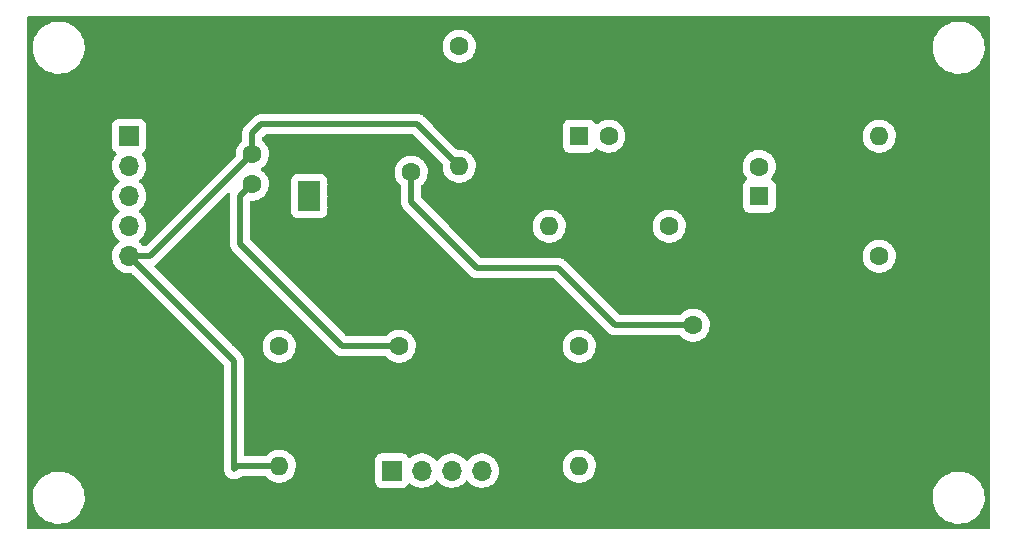
<source format=gbl>
%TF.GenerationSoftware,KiCad,Pcbnew,(6.0.2-0)*%
%TF.CreationDate,2022-08-31T15:30:49-04:00*%
%TF.ProjectId,LED Driver,4c454420-4472-4697-9665-722e6b696361,rev?*%
%TF.SameCoordinates,Original*%
%TF.FileFunction,Copper,L2,Bot*%
%TF.FilePolarity,Positive*%
%FSLAX46Y46*%
G04 Gerber Fmt 4.6, Leading zero omitted, Abs format (unit mm)*
G04 Created by KiCad (PCBNEW (6.0.2-0)) date 2022-08-31 15:30:49*
%MOMM*%
%LPD*%
G01*
G04 APERTURE LIST*
%TA.AperFunction,ComponentPad*%
%ADD10R,1.700000X1.700000*%
%TD*%
%TA.AperFunction,ComponentPad*%
%ADD11O,1.700000X1.700000*%
%TD*%
%TA.AperFunction,ComponentPad*%
%ADD12R,1.600000X1.600000*%
%TD*%
%TA.AperFunction,ComponentPad*%
%ADD13C,1.600000*%
%TD*%
%TA.AperFunction,ComponentPad*%
%ADD14O,1.600000X1.600000*%
%TD*%
%TA.AperFunction,ComponentPad*%
%ADD15C,0.500000*%
%TD*%
%TA.AperFunction,SMDPad,CuDef*%
%ADD16R,1.900000X2.500000*%
%TD*%
%TA.AperFunction,ViaPad*%
%ADD17C,1.600000*%
%TD*%
%TA.AperFunction,Conductor*%
%ADD18C,0.500000*%
%TD*%
G04 APERTURE END LIST*
D10*
%TO.P,J2,1,Pin_1*%
%TO.N,GND*%
X120279000Y-140589000D03*
D11*
%TO.P,J2,2,Pin_2*%
%TO.N,Net-(J2-Pad2)*%
X122819000Y-140589000D03*
%TO.P,J2,3,Pin_3*%
X125359000Y-140589000D03*
%TO.P,J2,4,Pin_4*%
%TO.N,Net-(C2-Pad1)*%
X127899000Y-140589000D03*
%TD*%
D10*
%TO.P,J1,1,Pin_1*%
%TO.N,/+20V*%
X98044000Y-112268000D03*
D11*
%TO.P,J1,2,Pin_2*%
%TO.N,/arduino*%
X98044000Y-114808000D03*
%TO.P,J1,3,Pin_3*%
%TO.N,/Control *%
X98044000Y-117348000D03*
%TO.P,J1,4,Pin_4*%
%TO.N,/-20V*%
X98044000Y-119888000D03*
%TO.P,J1,5,Pin_5*%
%TO.N,GND*%
X98044000Y-122428000D03*
%TD*%
D12*
%TO.P,C2,1*%
%TO.N,Net-(C2-Pad1)*%
X151384000Y-117348000D03*
D13*
%TO.P,C2,2*%
%TO.N,Net-(C1-Pad2)*%
X151384000Y-114848000D03*
%TD*%
%TO.P,R1,1*%
%TO.N,/+20V*%
X125984000Y-104648000D03*
D14*
%TO.P,R1,2*%
%TO.N,GND*%
X125984000Y-114808000D03*
%TD*%
D15*
%TO.P,U1,9,V-*%
%TO.N,/-20V*%
X113984000Y-117348000D03*
X112584000Y-116348000D03*
X112584000Y-118348000D03*
X113984000Y-118348000D03*
X113984000Y-116348000D03*
X112584000Y-117348000D03*
D16*
X113284000Y-117348000D03*
%TD*%
D12*
%TO.P,C1,1*%
%TO.N,Net-(C1-Pad1)*%
X136144000Y-112268000D03*
D13*
%TO.P,C1,2*%
%TO.N,Net-(C1-Pad2)*%
X138644000Y-112268000D03*
%TD*%
%TO.P,R5,1*%
%TO.N,Net-(J2-Pad2)*%
X136144000Y-130048000D03*
D14*
%TO.P,R5,2*%
%TO.N,Net-(C2-Pad1)*%
X136144000Y-140208000D03*
%TD*%
D13*
%TO.P,R3,1*%
%TO.N,Net-(C1-Pad2)*%
X143764000Y-119888000D03*
D14*
%TO.P,R3,2*%
%TO.N,Net-(C1-Pad1)*%
X133604000Y-119888000D03*
%TD*%
D13*
%TO.P,R6,1*%
%TO.N,/-20V*%
X110744000Y-130048000D03*
D14*
%TO.P,R6,2*%
%TO.N,GND*%
X110744000Y-140208000D03*
%TD*%
D13*
%TO.P,R4,1*%
%TO.N,Net-(C2-Pad1)*%
X161544000Y-122428000D03*
D14*
%TO.P,R4,2*%
%TO.N,Net-(C1-Pad2)*%
X161544000Y-112268000D03*
%TD*%
D17*
%TO.N,Net-(J2-Pad2)*%
X120904000Y-130048000D03*
%TO.N,/+20V*%
X121920000Y-115316000D03*
X145796000Y-128270000D03*
%TO.N,GND*%
X108458000Y-113792000D03*
%TO.N,Net-(J2-Pad2)*%
X108458000Y-116332000D03*
%TD*%
D18*
%TO.N,/+20V*%
X121920000Y-117856000D02*
X121920000Y-115316000D01*
X127508000Y-123444000D02*
X121920000Y-117856000D01*
X139192000Y-128270000D02*
X134366000Y-123444000D01*
X134366000Y-123444000D02*
X127508000Y-123444000D01*
X145796000Y-128270000D02*
X139192000Y-128270000D01*
%TO.N,GND*%
X107188000Y-140208000D02*
X110744000Y-140208000D01*
X98044000Y-122428000D02*
X99822000Y-122428000D01*
X108458000Y-113792000D02*
X108458000Y-112014000D01*
X98044000Y-122428000D02*
X106934000Y-131318000D01*
X109220000Y-111252000D02*
X122428000Y-111252000D01*
X108458000Y-112014000D02*
X109220000Y-111252000D01*
X106934000Y-140462000D02*
X107188000Y-140208000D01*
X106934000Y-131318000D02*
X106934000Y-140462000D01*
X122428000Y-111252000D02*
X125984000Y-114808000D01*
X99822000Y-122428000D02*
X108458000Y-113792000D01*
%TO.N,Net-(J2-Pad2)*%
X107442000Y-117348000D02*
X108458000Y-116332000D01*
X120904000Y-130048000D02*
X116078000Y-130048000D01*
X116078000Y-130048000D02*
X107442000Y-121412000D01*
X107442000Y-121412000D02*
X107442000Y-117348000D01*
%TD*%
%TA.AperFunction,NonConductor*%
G36*
X170884121Y-102128002D02*
G01*
X170930614Y-102181658D01*
X170942000Y-102234000D01*
X170942000Y-145416000D01*
X170921998Y-145484121D01*
X170868342Y-145530614D01*
X170816000Y-145542000D01*
X89534000Y-145542000D01*
X89465879Y-145521998D01*
X89419386Y-145468342D01*
X89408000Y-145416000D01*
X89408000Y-142921187D01*
X89870059Y-142921187D01*
X89895536Y-143212399D01*
X89959305Y-143497683D01*
X90060244Y-143772027D01*
X90062188Y-143775715D01*
X90062192Y-143775723D01*
X90194627Y-144026908D01*
X90196580Y-144030612D01*
X90365918Y-144268893D01*
X90565283Y-144482686D01*
X90791171Y-144668233D01*
X91039616Y-144822275D01*
X91306250Y-144942105D01*
X91392923Y-144967944D01*
X91582394Y-145024428D01*
X91582402Y-145024430D01*
X91586391Y-145025619D01*
X91590508Y-145026271D01*
X91590512Y-145026272D01*
X91871649Y-145070799D01*
X91871654Y-145070799D01*
X91875117Y-145071348D01*
X91924069Y-145073571D01*
X91965128Y-145075436D01*
X91965147Y-145075436D01*
X91966547Y-145075500D01*
X92149151Y-145075500D01*
X92151243Y-145075361D01*
X92151245Y-145075361D01*
X92362511Y-145061329D01*
X92366682Y-145061052D01*
X92370776Y-145060227D01*
X92370780Y-145060226D01*
X92508095Y-145032538D01*
X92653239Y-145003272D01*
X92929637Y-144908100D01*
X92933370Y-144906231D01*
X92933374Y-144906229D01*
X93187276Y-144779084D01*
X93187278Y-144779083D01*
X93191020Y-144777209D01*
X93348135Y-144670434D01*
X93429336Y-144615250D01*
X93429339Y-144615248D01*
X93432795Y-144612899D01*
X93650716Y-144418055D01*
X93840953Y-144196102D01*
X93843228Y-144192599D01*
X93997892Y-143954437D01*
X93997894Y-143954434D01*
X94000164Y-143950938D01*
X94125552Y-143686871D01*
X94214914Y-143408541D01*
X94266681Y-143120836D01*
X94275747Y-142921187D01*
X166070059Y-142921187D01*
X166095536Y-143212399D01*
X166159305Y-143497683D01*
X166260244Y-143772027D01*
X166262188Y-143775715D01*
X166262192Y-143775723D01*
X166394627Y-144026908D01*
X166396580Y-144030612D01*
X166565918Y-144268893D01*
X166765283Y-144482686D01*
X166991171Y-144668233D01*
X167239616Y-144822275D01*
X167506250Y-144942105D01*
X167592923Y-144967944D01*
X167782394Y-145024428D01*
X167782402Y-145024430D01*
X167786391Y-145025619D01*
X167790508Y-145026271D01*
X167790512Y-145026272D01*
X168071649Y-145070799D01*
X168071654Y-145070799D01*
X168075117Y-145071348D01*
X168124069Y-145073571D01*
X168165128Y-145075436D01*
X168165147Y-145075436D01*
X168166547Y-145075500D01*
X168349151Y-145075500D01*
X168351243Y-145075361D01*
X168351245Y-145075361D01*
X168562511Y-145061329D01*
X168566682Y-145061052D01*
X168570776Y-145060227D01*
X168570780Y-145060226D01*
X168708095Y-145032538D01*
X168853239Y-145003272D01*
X169129637Y-144908100D01*
X169133370Y-144906231D01*
X169133374Y-144906229D01*
X169387276Y-144779084D01*
X169387278Y-144779083D01*
X169391020Y-144777209D01*
X169548135Y-144670434D01*
X169629336Y-144615250D01*
X169629339Y-144615248D01*
X169632795Y-144612899D01*
X169850716Y-144418055D01*
X170040953Y-144196102D01*
X170043228Y-144192599D01*
X170197892Y-143954437D01*
X170197894Y-143954434D01*
X170200164Y-143950938D01*
X170325552Y-143686871D01*
X170414914Y-143408541D01*
X170466681Y-143120836D01*
X170479941Y-142828813D01*
X170454464Y-142537601D01*
X170390695Y-142252317D01*
X170289756Y-141977973D01*
X170287812Y-141974285D01*
X170287808Y-141974277D01*
X170155373Y-141723092D01*
X170155372Y-141723091D01*
X170153420Y-141719388D01*
X169984082Y-141481107D01*
X169829277Y-141315099D01*
X169787567Y-141270370D01*
X169787565Y-141270368D01*
X169784717Y-141267314D01*
X169558829Y-141081767D01*
X169310384Y-140927725D01*
X169043750Y-140807895D01*
X168918124Y-140770444D01*
X168767606Y-140725572D01*
X168767598Y-140725570D01*
X168763609Y-140724381D01*
X168759492Y-140723729D01*
X168759488Y-140723728D01*
X168478351Y-140679201D01*
X168478346Y-140679201D01*
X168474883Y-140678652D01*
X168425931Y-140676429D01*
X168384872Y-140674564D01*
X168384853Y-140674564D01*
X168383453Y-140674500D01*
X168200849Y-140674500D01*
X168198757Y-140674639D01*
X168198755Y-140674639D01*
X168045316Y-140684830D01*
X167983318Y-140688948D01*
X167979224Y-140689773D01*
X167979220Y-140689774D01*
X167868358Y-140712128D01*
X167696761Y-140746728D01*
X167420363Y-140841900D01*
X167416630Y-140843769D01*
X167416626Y-140843771D01*
X167162724Y-140970916D01*
X167158980Y-140972791D01*
X167155515Y-140975146D01*
X166930566Y-141128021D01*
X166917205Y-141137101D01*
X166699284Y-141331945D01*
X166509047Y-141553898D01*
X166506773Y-141557400D01*
X166506772Y-141557401D01*
X166386996Y-141741841D01*
X166349836Y-141799062D01*
X166224448Y-142063129D01*
X166135086Y-142341459D01*
X166083319Y-142629164D01*
X166070059Y-142921187D01*
X94275747Y-142921187D01*
X94279941Y-142828813D01*
X94254464Y-142537601D01*
X94190695Y-142252317D01*
X94089756Y-141977973D01*
X94087812Y-141974285D01*
X94087808Y-141974277D01*
X93955373Y-141723092D01*
X93955372Y-141723091D01*
X93953420Y-141719388D01*
X93784082Y-141481107D01*
X93629277Y-141315099D01*
X93587567Y-141270370D01*
X93587565Y-141270368D01*
X93584717Y-141267314D01*
X93358829Y-141081767D01*
X93110384Y-140927725D01*
X92843750Y-140807895D01*
X92718124Y-140770444D01*
X92567606Y-140725572D01*
X92567598Y-140725570D01*
X92563609Y-140724381D01*
X92559492Y-140723729D01*
X92559488Y-140723728D01*
X92278351Y-140679201D01*
X92278346Y-140679201D01*
X92274883Y-140678652D01*
X92225931Y-140676429D01*
X92184872Y-140674564D01*
X92184853Y-140674564D01*
X92183453Y-140674500D01*
X92000849Y-140674500D01*
X91998757Y-140674639D01*
X91998755Y-140674639D01*
X91845316Y-140684830D01*
X91783318Y-140688948D01*
X91779224Y-140689773D01*
X91779220Y-140689774D01*
X91668358Y-140712128D01*
X91496761Y-140746728D01*
X91220363Y-140841900D01*
X91216630Y-140843769D01*
X91216626Y-140843771D01*
X90962724Y-140970916D01*
X90958980Y-140972791D01*
X90955515Y-140975146D01*
X90730566Y-141128021D01*
X90717205Y-141137101D01*
X90499284Y-141331945D01*
X90309047Y-141553898D01*
X90306773Y-141557400D01*
X90306772Y-141557401D01*
X90186996Y-141741841D01*
X90149836Y-141799062D01*
X90024448Y-142063129D01*
X89935086Y-142341459D01*
X89883319Y-142629164D01*
X89870059Y-142921187D01*
X89408000Y-142921187D01*
X89408000Y-122392440D01*
X96588963Y-122392440D01*
X96589260Y-122397592D01*
X96589260Y-122397596D01*
X96602396Y-122625403D01*
X96602397Y-122625409D01*
X96602694Y-122630562D01*
X96613287Y-122677566D01*
X96652829Y-122853028D01*
X96655131Y-122863245D01*
X96657075Y-122868032D01*
X96657076Y-122868036D01*
X96703545Y-122982476D01*
X96744867Y-123084239D01*
X96747572Y-123088654D01*
X96747573Y-123088655D01*
X96750448Y-123093347D01*
X96869493Y-123287609D01*
X97025660Y-123467894D01*
X97209176Y-123620252D01*
X97415112Y-123740591D01*
X97637937Y-123825680D01*
X97643005Y-123826711D01*
X97643008Y-123826712D01*
X97758267Y-123850162D01*
X97871666Y-123873233D01*
X97876839Y-123873423D01*
X97876842Y-123873423D01*
X98104861Y-123881784D01*
X98104865Y-123881784D01*
X98110025Y-123881973D01*
X98212798Y-123868807D01*
X98282906Y-123879991D01*
X98317902Y-123904691D01*
X106046595Y-131633383D01*
X106080621Y-131695695D01*
X106083500Y-131722478D01*
X106083500Y-140447964D01*
X106083451Y-140451482D01*
X106081241Y-140530611D01*
X106082520Y-140537316D01*
X106091203Y-140582835D01*
X106092698Y-140592836D01*
X106098442Y-140645709D01*
X106100619Y-140652179D01*
X106100620Y-140652182D01*
X106106679Y-140670185D01*
X106111028Y-140686764D01*
X106115867Y-140712128D01*
X106118555Y-140718399D01*
X106118555Y-140718400D01*
X106136812Y-140760997D01*
X106140420Y-140770444D01*
X106155205Y-140814378D01*
X106155207Y-140814383D01*
X106157383Y-140820848D01*
X106160900Y-140826701D01*
X106170683Y-140842983D01*
X106178489Y-140858237D01*
X106188663Y-140881975D01*
X106192636Y-140887524D01*
X106219619Y-140925214D01*
X106225171Y-140933666D01*
X106248680Y-140972791D01*
X106252557Y-140979244D01*
X106270300Y-140998006D01*
X106281198Y-141011227D01*
X106296234Y-141032229D01*
X106335765Y-141067823D01*
X106342985Y-141074868D01*
X106379524Y-141113507D01*
X106385164Y-141117340D01*
X106385170Y-141117345D01*
X106400879Y-141128021D01*
X106414364Y-141138595D01*
X106428482Y-141151307D01*
X106428490Y-141151312D01*
X106433560Y-141155878D01*
X106439496Y-141159250D01*
X106479798Y-141182145D01*
X106488383Y-141187489D01*
X106526716Y-141213540D01*
X106526721Y-141213542D01*
X106532360Y-141217375D01*
X106538692Y-141219908D01*
X106538693Y-141219908D01*
X106556332Y-141226963D01*
X106571779Y-141234397D01*
X106594234Y-141247153D01*
X106645039Y-141262880D01*
X106654554Y-141266249D01*
X106703935Y-141286000D01*
X106729421Y-141290219D01*
X106746088Y-141294160D01*
X106764238Y-141299779D01*
X106764246Y-141299781D01*
X106770760Y-141301797D01*
X106777558Y-141302368D01*
X106777559Y-141302368D01*
X106793041Y-141303668D01*
X106823753Y-141306247D01*
X106833776Y-141307495D01*
X106886244Y-141316181D01*
X106893061Y-141315824D01*
X106893066Y-141315824D01*
X106912028Y-141314830D01*
X106929163Y-141315099D01*
X106948102Y-141316689D01*
X106954902Y-141317260D01*
X106961662Y-141316358D01*
X106961664Y-141316358D01*
X106991001Y-141312444D01*
X107007616Y-141310227D01*
X107017679Y-141309293D01*
X107070781Y-141306510D01*
X107095687Y-141299650D01*
X107112478Y-141296234D01*
X107118155Y-141295477D01*
X107131303Y-141293723D01*
X107131305Y-141293722D01*
X107138069Y-141292820D01*
X107188050Y-141274628D01*
X107197669Y-141271559D01*
X107242355Y-141259251D01*
X107242358Y-141259250D01*
X107248936Y-141257438D01*
X107254968Y-141254258D01*
X107254975Y-141254255D01*
X107271785Y-141245392D01*
X107287449Y-141238450D01*
X107311715Y-141229618D01*
X107317472Y-141225965D01*
X107317479Y-141225961D01*
X107356615Y-141201123D01*
X107365341Y-141196064D01*
X107412398Y-141171254D01*
X107432126Y-141154583D01*
X107445936Y-141144439D01*
X107463374Y-141133372D01*
X107463378Y-141133369D01*
X107467738Y-141130602D01*
X107471972Y-141126817D01*
X107503384Y-141095405D01*
X107565696Y-141061379D01*
X107592479Y-141058500D01*
X109570201Y-141058500D01*
X109638322Y-141078502D01*
X109665439Y-141102003D01*
X109695842Y-141137101D01*
X109760763Y-141212048D01*
X109937953Y-141359154D01*
X110136790Y-141475345D01*
X110351934Y-141557501D01*
X110357000Y-141558532D01*
X110357001Y-141558532D01*
X110457697Y-141579018D01*
X110577607Y-141603414D01*
X110707352Y-141608172D01*
X110802585Y-141611664D01*
X110802589Y-141611664D01*
X110807749Y-141611853D01*
X110812869Y-141611197D01*
X110812871Y-141611197D01*
X110882272Y-141602307D01*
X111036178Y-141582591D01*
X111041126Y-141581106D01*
X111041133Y-141581105D01*
X111251811Y-141517898D01*
X111251810Y-141517898D01*
X111256761Y-141516413D01*
X111463574Y-141415096D01*
X111651062Y-141281363D01*
X111814190Y-141118803D01*
X111872269Y-141037978D01*
X111945559Y-140935983D01*
X111948577Y-140931783D01*
X111963534Y-140901521D01*
X112040037Y-140746728D01*
X112050615Y-140725325D01*
X112107737Y-140537316D01*
X112116059Y-140509927D01*
X112116060Y-140509921D01*
X112117563Y-140504975D01*
X112147622Y-140276649D01*
X112149300Y-140208000D01*
X112130430Y-139978478D01*
X112074326Y-139755120D01*
X112050202Y-139699639D01*
X118828500Y-139699639D01*
X118828501Y-141478360D01*
X118829039Y-141482444D01*
X118829039Y-141482450D01*
X118842878Y-141587575D01*
X118843956Y-141595762D01*
X118904464Y-141741841D01*
X119000718Y-141867282D01*
X119126159Y-141963536D01*
X119272238Y-142024044D01*
X119280426Y-142025122D01*
X119385545Y-142038961D01*
X119389639Y-142039500D01*
X120278892Y-142039500D01*
X121168360Y-142039499D01*
X121172444Y-142038961D01*
X121172450Y-142038961D01*
X121277575Y-142025122D01*
X121277577Y-142025122D01*
X121285762Y-142024044D01*
X121431841Y-141963536D01*
X121557282Y-141867282D01*
X121653536Y-141741841D01*
X121656695Y-141734213D01*
X121656698Y-141734209D01*
X121660596Y-141724798D01*
X121705145Y-141669518D01*
X121772509Y-141647098D01*
X121841300Y-141664657D01*
X121857486Y-141676072D01*
X121984176Y-141781252D01*
X122190112Y-141901591D01*
X122412937Y-141986680D01*
X122418005Y-141987711D01*
X122418008Y-141987712D01*
X122533267Y-142011162D01*
X122646666Y-142034233D01*
X122651839Y-142034423D01*
X122651842Y-142034423D01*
X122879861Y-142042784D01*
X122879865Y-142042784D01*
X122885025Y-142042973D01*
X122890146Y-142042317D01*
X123116489Y-142013321D01*
X123116490Y-142013321D01*
X123121609Y-142012665D01*
X123350068Y-141944125D01*
X123564264Y-141839191D01*
X123645492Y-141781252D01*
X123754242Y-141703681D01*
X123758445Y-141700683D01*
X123812218Y-141647098D01*
X123903979Y-141555656D01*
X123927397Y-141532320D01*
X123983991Y-141453561D01*
X124039986Y-141409913D01*
X124110689Y-141403467D01*
X124173654Y-141436270D01*
X124184463Y-141448635D01*
X124184493Y-141448609D01*
X124340660Y-141628894D01*
X124524176Y-141781252D01*
X124730112Y-141901591D01*
X124952937Y-141986680D01*
X124958005Y-141987711D01*
X124958008Y-141987712D01*
X125073267Y-142011162D01*
X125186666Y-142034233D01*
X125191839Y-142034423D01*
X125191842Y-142034423D01*
X125419861Y-142042784D01*
X125419865Y-142042784D01*
X125425025Y-142042973D01*
X125430146Y-142042317D01*
X125656489Y-142013321D01*
X125656490Y-142013321D01*
X125661609Y-142012665D01*
X125890068Y-141944125D01*
X126104264Y-141839191D01*
X126185492Y-141781252D01*
X126294242Y-141703681D01*
X126298445Y-141700683D01*
X126352218Y-141647098D01*
X126443979Y-141555656D01*
X126467397Y-141532320D01*
X126523991Y-141453561D01*
X126579986Y-141409913D01*
X126650689Y-141403467D01*
X126713654Y-141436270D01*
X126724463Y-141448635D01*
X126724493Y-141448609D01*
X126880660Y-141628894D01*
X127064176Y-141781252D01*
X127270112Y-141901591D01*
X127492937Y-141986680D01*
X127498005Y-141987711D01*
X127498008Y-141987712D01*
X127613267Y-142011162D01*
X127726666Y-142034233D01*
X127731839Y-142034423D01*
X127731842Y-142034423D01*
X127959861Y-142042784D01*
X127959865Y-142042784D01*
X127965025Y-142042973D01*
X127970146Y-142042317D01*
X128196489Y-142013321D01*
X128196490Y-142013321D01*
X128201609Y-142012665D01*
X128430068Y-141944125D01*
X128644264Y-141839191D01*
X128725492Y-141781252D01*
X128834242Y-141703681D01*
X128838445Y-141700683D01*
X128892218Y-141647098D01*
X128983979Y-141555656D01*
X129007397Y-141532320D01*
X129146582Y-141338623D01*
X129149883Y-141331945D01*
X129249969Y-141129437D01*
X129249970Y-141129435D01*
X129252263Y-141124795D01*
X129321600Y-140896577D01*
X129322792Y-140887524D01*
X129352296Y-140663421D01*
X129352297Y-140663414D01*
X129352733Y-140660099D01*
X129354471Y-140589000D01*
X129338802Y-140398411D01*
X129335351Y-140356435D01*
X129335350Y-140356429D01*
X129334927Y-140351284D01*
X129298937Y-140208000D01*
X129290313Y-140173665D01*
X134739119Y-140173665D01*
X134739416Y-140178817D01*
X134739416Y-140178821D01*
X134744864Y-140273296D01*
X134752376Y-140403580D01*
X134753513Y-140408626D01*
X134753514Y-140408632D01*
X134775226Y-140504975D01*
X134803006Y-140628242D01*
X134804948Y-140633024D01*
X134804949Y-140633028D01*
X134876652Y-140809611D01*
X134889649Y-140841618D01*
X135009979Y-141037978D01*
X135160763Y-141212048D01*
X135337953Y-141359154D01*
X135536790Y-141475345D01*
X135751934Y-141557501D01*
X135757000Y-141558532D01*
X135757001Y-141558532D01*
X135857697Y-141579018D01*
X135977607Y-141603414D01*
X136107352Y-141608172D01*
X136202585Y-141611664D01*
X136202589Y-141611664D01*
X136207749Y-141611853D01*
X136212869Y-141611197D01*
X136212871Y-141611197D01*
X136282272Y-141602307D01*
X136436178Y-141582591D01*
X136441126Y-141581106D01*
X136441133Y-141581105D01*
X136651811Y-141517898D01*
X136651810Y-141517898D01*
X136656761Y-141516413D01*
X136863574Y-141415096D01*
X137051062Y-141281363D01*
X137214190Y-141118803D01*
X137272269Y-141037978D01*
X137345559Y-140935983D01*
X137348577Y-140931783D01*
X137363534Y-140901521D01*
X137440037Y-140746728D01*
X137450615Y-140725325D01*
X137507737Y-140537316D01*
X137516059Y-140509927D01*
X137516060Y-140509921D01*
X137517563Y-140504975D01*
X137547622Y-140276649D01*
X137549300Y-140208000D01*
X137530430Y-139978478D01*
X137474326Y-139755120D01*
X137382496Y-139543924D01*
X137276390Y-139379909D01*
X137260215Y-139354906D01*
X137260213Y-139354903D01*
X137257405Y-139350563D01*
X137236774Y-139327889D01*
X137105890Y-139184051D01*
X137105889Y-139184050D01*
X137102412Y-139180229D01*
X137098361Y-139177030D01*
X137098357Y-139177026D01*
X136925735Y-139040697D01*
X136925730Y-139040693D01*
X136921681Y-139037496D01*
X136917165Y-139035003D01*
X136917162Y-139035001D01*
X136724589Y-138928695D01*
X136724585Y-138928693D01*
X136720065Y-138926198D01*
X136715196Y-138924474D01*
X136715192Y-138924472D01*
X136507853Y-138851049D01*
X136507849Y-138851048D01*
X136502978Y-138849323D01*
X136497885Y-138848416D01*
X136497882Y-138848415D01*
X136401707Y-138831284D01*
X136276250Y-138808937D01*
X136189802Y-138807881D01*
X136051141Y-138806186D01*
X136051139Y-138806186D01*
X136045971Y-138806123D01*
X135818325Y-138840958D01*
X135599424Y-138912506D01*
X135395149Y-139018845D01*
X135210984Y-139157119D01*
X135051877Y-139323616D01*
X135048963Y-139327888D01*
X135048962Y-139327889D01*
X135028838Y-139357390D01*
X134922099Y-139513863D01*
X134919923Y-139518552D01*
X134919919Y-139518558D01*
X134833239Y-139705295D01*
X134825136Y-139722752D01*
X134763592Y-139944673D01*
X134763043Y-139949810D01*
X134745366Y-140115216D01*
X134739119Y-140173665D01*
X129290313Y-140173665D01*
X129278080Y-140124963D01*
X129278079Y-140124959D01*
X129276821Y-140119952D01*
X129274762Y-140115216D01*
X129183772Y-139905953D01*
X129183770Y-139905950D01*
X129181712Y-139901216D01*
X129052155Y-139700951D01*
X129047243Y-139695552D01*
X128895107Y-139528358D01*
X128895105Y-139528357D01*
X128891629Y-139524536D01*
X128887578Y-139521337D01*
X128887574Y-139521333D01*
X128708500Y-139379909D01*
X128708496Y-139379907D01*
X128704445Y-139376707D01*
X128669652Y-139357500D01*
X128608270Y-139323616D01*
X128495631Y-139261436D01*
X128490762Y-139259712D01*
X128490758Y-139259710D01*
X128275663Y-139183541D01*
X128275661Y-139183540D01*
X128270794Y-139181817D01*
X128132126Y-139157116D01*
X128041060Y-139140894D01*
X128041056Y-139140894D01*
X128035972Y-139139988D01*
X127952140Y-139138964D01*
X127802640Y-139137137D01*
X127802638Y-139137137D01*
X127797471Y-139137074D01*
X127561698Y-139173153D01*
X127334982Y-139247255D01*
X127330394Y-139249643D01*
X127330390Y-139249645D01*
X127128003Y-139355001D01*
X127123414Y-139357390D01*
X127119281Y-139360493D01*
X127119278Y-139360495D01*
X126936810Y-139497497D01*
X126932675Y-139500602D01*
X126917507Y-139516474D01*
X126801384Y-139637990D01*
X126767887Y-139673042D01*
X126764973Y-139677314D01*
X126764972Y-139677315D01*
X126734235Y-139722374D01*
X126679324Y-139767377D01*
X126608799Y-139775548D01*
X126545052Y-139744294D01*
X126524354Y-139719808D01*
X126514966Y-139705295D01*
X126514961Y-139705289D01*
X126512155Y-139700951D01*
X126507243Y-139695552D01*
X126355107Y-139528358D01*
X126355105Y-139528357D01*
X126351629Y-139524536D01*
X126347578Y-139521337D01*
X126347574Y-139521333D01*
X126168500Y-139379909D01*
X126168496Y-139379907D01*
X126164445Y-139376707D01*
X126129652Y-139357500D01*
X126068270Y-139323616D01*
X125955631Y-139261436D01*
X125950762Y-139259712D01*
X125950758Y-139259710D01*
X125735663Y-139183541D01*
X125735661Y-139183540D01*
X125730794Y-139181817D01*
X125592126Y-139157116D01*
X125501060Y-139140894D01*
X125501056Y-139140894D01*
X125495972Y-139139988D01*
X125412140Y-139138964D01*
X125262640Y-139137137D01*
X125262638Y-139137137D01*
X125257471Y-139137074D01*
X125021698Y-139173153D01*
X124794982Y-139247255D01*
X124790394Y-139249643D01*
X124790390Y-139249645D01*
X124588003Y-139355001D01*
X124583414Y-139357390D01*
X124579281Y-139360493D01*
X124579278Y-139360495D01*
X124396810Y-139497497D01*
X124392675Y-139500602D01*
X124377507Y-139516474D01*
X124261384Y-139637990D01*
X124227887Y-139673042D01*
X124224973Y-139677314D01*
X124224972Y-139677315D01*
X124194235Y-139722374D01*
X124139324Y-139767377D01*
X124068799Y-139775548D01*
X124005052Y-139744294D01*
X123984354Y-139719808D01*
X123974966Y-139705295D01*
X123974961Y-139705289D01*
X123972155Y-139700951D01*
X123967243Y-139695552D01*
X123815107Y-139528358D01*
X123815105Y-139528357D01*
X123811629Y-139524536D01*
X123807578Y-139521337D01*
X123807574Y-139521333D01*
X123628500Y-139379909D01*
X123628496Y-139379907D01*
X123624445Y-139376707D01*
X123589652Y-139357500D01*
X123528270Y-139323616D01*
X123415631Y-139261436D01*
X123410762Y-139259712D01*
X123410758Y-139259710D01*
X123195663Y-139183541D01*
X123195661Y-139183540D01*
X123190794Y-139181817D01*
X123052126Y-139157116D01*
X122961060Y-139140894D01*
X122961056Y-139140894D01*
X122955972Y-139139988D01*
X122872140Y-139138964D01*
X122722640Y-139137137D01*
X122722638Y-139137137D01*
X122717471Y-139137074D01*
X122481698Y-139173153D01*
X122254982Y-139247255D01*
X122250394Y-139249643D01*
X122250390Y-139249645D01*
X122048003Y-139355001D01*
X122043414Y-139357390D01*
X122039281Y-139360493D01*
X122039278Y-139360495D01*
X121852675Y-139500602D01*
X121851503Y-139499042D01*
X121794890Y-139525728D01*
X121724499Y-139516474D01*
X121670285Y-139470633D01*
X121659043Y-139449454D01*
X121656696Y-139443789D01*
X121653536Y-139436159D01*
X121567179Y-139323616D01*
X121562305Y-139317264D01*
X121557282Y-139310718D01*
X121431841Y-139214464D01*
X121285762Y-139153956D01*
X121277574Y-139152878D01*
X121172448Y-139139038D01*
X121172447Y-139139038D01*
X121168361Y-139138500D01*
X120279108Y-139138500D01*
X119389640Y-139138501D01*
X119385556Y-139139039D01*
X119385550Y-139139039D01*
X119280425Y-139152878D01*
X119280423Y-139152878D01*
X119272238Y-139153956D01*
X119126159Y-139214464D01*
X119000718Y-139310718D01*
X118995695Y-139317264D01*
X118990821Y-139323616D01*
X118904464Y-139436159D01*
X118843956Y-139582238D01*
X118842878Y-139590426D01*
X118832002Y-139673042D01*
X118828500Y-139699639D01*
X112050202Y-139699639D01*
X111982496Y-139543924D01*
X111876390Y-139379909D01*
X111860215Y-139354906D01*
X111860213Y-139354903D01*
X111857405Y-139350563D01*
X111836774Y-139327889D01*
X111705890Y-139184051D01*
X111705889Y-139184050D01*
X111702412Y-139180229D01*
X111698361Y-139177030D01*
X111698357Y-139177026D01*
X111525735Y-139040697D01*
X111525730Y-139040693D01*
X111521681Y-139037496D01*
X111517165Y-139035003D01*
X111517162Y-139035001D01*
X111324589Y-138928695D01*
X111324585Y-138928693D01*
X111320065Y-138926198D01*
X111315196Y-138924474D01*
X111315192Y-138924472D01*
X111107853Y-138851049D01*
X111107849Y-138851048D01*
X111102978Y-138849323D01*
X111097885Y-138848416D01*
X111097882Y-138848415D01*
X111001707Y-138831284D01*
X110876250Y-138808937D01*
X110789802Y-138807881D01*
X110651141Y-138806186D01*
X110651139Y-138806186D01*
X110645971Y-138806123D01*
X110418325Y-138840958D01*
X110199424Y-138912506D01*
X109995149Y-139018845D01*
X109810984Y-139157119D01*
X109807410Y-139160859D01*
X109656717Y-139318551D01*
X109595193Y-139353981D01*
X109565623Y-139357500D01*
X107910500Y-139357500D01*
X107842379Y-139337498D01*
X107795886Y-139283842D01*
X107784500Y-139231500D01*
X107784500Y-131359062D01*
X107784942Y-131348518D01*
X107787728Y-131315345D01*
X107789260Y-131297098D01*
X107783656Y-131255096D01*
X107778619Y-131217341D01*
X107778249Y-131214287D01*
X107770295Y-131141072D01*
X107770294Y-131141069D01*
X107769558Y-131134291D01*
X107767384Y-131127831D01*
X107766714Y-131124783D01*
X107766633Y-131124322D01*
X107766597Y-131124171D01*
X107766464Y-131123712D01*
X107765722Y-131120693D01*
X107764820Y-131113931D01*
X107762487Y-131107521D01*
X107762486Y-131107517D01*
X107737303Y-131038329D01*
X107736285Y-131035423D01*
X107712795Y-130965623D01*
X107712794Y-130965621D01*
X107710617Y-130959152D01*
X107707100Y-130953298D01*
X107705800Y-130950486D01*
X107705618Y-130950043D01*
X107705542Y-130949884D01*
X107705314Y-130949466D01*
X107703951Y-130946697D01*
X107701618Y-130940285D01*
X107697964Y-130934527D01*
X107697961Y-130934521D01*
X107658510Y-130872356D01*
X107656892Y-130869737D01*
X107618959Y-130806607D01*
X107618958Y-130806605D01*
X107615443Y-130800756D01*
X107610754Y-130795797D01*
X107608872Y-130793318D01*
X107608335Y-130792546D01*
X107605378Y-130788636D01*
X107602602Y-130784262D01*
X107598817Y-130780029D01*
X107545328Y-130726540D01*
X107542875Y-130724018D01*
X107493165Y-130671451D01*
X107493163Y-130671449D01*
X107488476Y-130666493D01*
X107482835Y-130662659D01*
X107477634Y-130658233D01*
X107477978Y-130657828D01*
X107470079Y-130651291D01*
X106832453Y-130013665D01*
X109339119Y-130013665D01*
X109339416Y-130018817D01*
X109339416Y-130018821D01*
X109344864Y-130113296D01*
X109352376Y-130243580D01*
X109353513Y-130248626D01*
X109353514Y-130248632D01*
X109375226Y-130344975D01*
X109403006Y-130468242D01*
X109404948Y-130473024D01*
X109404949Y-130473028D01*
X109485615Y-130671684D01*
X109489649Y-130681618D01*
X109609979Y-130877978D01*
X109760763Y-131052048D01*
X109937953Y-131199154D01*
X110136790Y-131315345D01*
X110351934Y-131397501D01*
X110357000Y-131398532D01*
X110357001Y-131398532D01*
X110457697Y-131419018D01*
X110577607Y-131443414D01*
X110707352Y-131448172D01*
X110802585Y-131451664D01*
X110802589Y-131451664D01*
X110807749Y-131451853D01*
X110812869Y-131451197D01*
X110812871Y-131451197D01*
X110882272Y-131442307D01*
X111036178Y-131422591D01*
X111041126Y-131421106D01*
X111041133Y-131421105D01*
X111251811Y-131357898D01*
X111251810Y-131357898D01*
X111256761Y-131356413D01*
X111463574Y-131255096D01*
X111651062Y-131121363D01*
X111814190Y-130958803D01*
X111820167Y-130950486D01*
X111945559Y-130775983D01*
X111948577Y-130771783D01*
X112050615Y-130565325D01*
X112081643Y-130463200D01*
X112116059Y-130349927D01*
X112116060Y-130349921D01*
X112117563Y-130344975D01*
X112147622Y-130116649D01*
X112149300Y-130048000D01*
X112130430Y-129818478D01*
X112074326Y-129595120D01*
X111982496Y-129383924D01*
X111857405Y-129190563D01*
X111851844Y-129184451D01*
X111705890Y-129024051D01*
X111705889Y-129024050D01*
X111702412Y-129020229D01*
X111698361Y-129017030D01*
X111698357Y-129017026D01*
X111525735Y-128880697D01*
X111525730Y-128880693D01*
X111521681Y-128877496D01*
X111517165Y-128875003D01*
X111517162Y-128875001D01*
X111324589Y-128768695D01*
X111324585Y-128768693D01*
X111320065Y-128766198D01*
X111315196Y-128764474D01*
X111315192Y-128764472D01*
X111107853Y-128691049D01*
X111107849Y-128691048D01*
X111102978Y-128689323D01*
X111097885Y-128688416D01*
X111097882Y-128688415D01*
X111001707Y-128671284D01*
X110876250Y-128648937D01*
X110789802Y-128647881D01*
X110651141Y-128646186D01*
X110651139Y-128646186D01*
X110645971Y-128646123D01*
X110418325Y-128680958D01*
X110199424Y-128752506D01*
X110194832Y-128754896D01*
X110194833Y-128754896D01*
X110026836Y-128842350D01*
X109995149Y-128858845D01*
X109810984Y-128997119D01*
X109651877Y-129163616D01*
X109522099Y-129353863D01*
X109519923Y-129358552D01*
X109519919Y-129358558D01*
X109436074Y-129539188D01*
X109425136Y-129562752D01*
X109363592Y-129784673D01*
X109339119Y-130013665D01*
X106832453Y-130013665D01*
X100197559Y-123378771D01*
X100163533Y-123316459D01*
X100168598Y-123245644D01*
X100211145Y-123188808D01*
X100219141Y-123183290D01*
X100267645Y-123152509D01*
X100270263Y-123150892D01*
X100333393Y-123112959D01*
X100333395Y-123112958D01*
X100339244Y-123109443D01*
X100344203Y-123104754D01*
X100346682Y-123102872D01*
X100347459Y-123102332D01*
X100351369Y-123099375D01*
X100355738Y-123096602D01*
X100359972Y-123092817D01*
X100413478Y-123039311D01*
X100416000Y-123036858D01*
X100468549Y-122987165D01*
X100468551Y-122987163D01*
X100473507Y-122982476D01*
X100477341Y-122976834D01*
X100481767Y-122971634D01*
X100482171Y-122971978D01*
X100488707Y-122964082D01*
X106397189Y-117055600D01*
X106459501Y-117021574D01*
X106530316Y-117026639D01*
X106587152Y-117069186D01*
X106611963Y-117135706D01*
X106608541Y-117175177D01*
X106594400Y-117231894D01*
X106594210Y-117238714D01*
X106593788Y-117241792D01*
X106593623Y-117242709D01*
X106592946Y-117247585D01*
X106591817Y-117252637D01*
X106591500Y-117258307D01*
X106591500Y-117333964D01*
X106591451Y-117337482D01*
X106589241Y-117416611D01*
X106590520Y-117423317D01*
X106591067Y-117430114D01*
X106590538Y-117430157D01*
X106591500Y-117440363D01*
X106591500Y-121370938D01*
X106591058Y-121381479D01*
X106586740Y-121432902D01*
X106587642Y-121439662D01*
X106587642Y-121439666D01*
X106597381Y-121512659D01*
X106597751Y-121515713D01*
X106605705Y-121588928D01*
X106606442Y-121595709D01*
X106608616Y-121602169D01*
X106609286Y-121605217D01*
X106609367Y-121605678D01*
X106609403Y-121605829D01*
X106609536Y-121606288D01*
X106610278Y-121609307D01*
X106611180Y-121616069D01*
X106613513Y-121622479D01*
X106613514Y-121622483D01*
X106638697Y-121691671D01*
X106639714Y-121694575D01*
X106665383Y-121770848D01*
X106668900Y-121776702D01*
X106670200Y-121779514D01*
X106670382Y-121779957D01*
X106670458Y-121780116D01*
X106670686Y-121780534D01*
X106672049Y-121783303D01*
X106674382Y-121789715D01*
X106678036Y-121795473D01*
X106678039Y-121795479D01*
X106717490Y-121857644D01*
X106719108Y-121860263D01*
X106760557Y-121929244D01*
X106765246Y-121934203D01*
X106767128Y-121936682D01*
X106767668Y-121937459D01*
X106770625Y-121941369D01*
X106773398Y-121945738D01*
X106777183Y-121949972D01*
X106830689Y-122003478D01*
X106833142Y-122006000D01*
X106887524Y-122063507D01*
X106893166Y-122067341D01*
X106898366Y-122071767D01*
X106898022Y-122072171D01*
X106905918Y-122078707D01*
X115447567Y-130620356D01*
X115454710Y-130628123D01*
X115488020Y-130667540D01*
X115493439Y-130671683D01*
X115493440Y-130671684D01*
X115551948Y-130716416D01*
X115554371Y-130718317D01*
X115611754Y-130764455D01*
X115611764Y-130764461D01*
X115617073Y-130768730D01*
X115623177Y-130771760D01*
X115625790Y-130773431D01*
X115626176Y-130773701D01*
X115626339Y-130773802D01*
X115626738Y-130774022D01*
X115629408Y-130775639D01*
X115634820Y-130779777D01*
X115640997Y-130782658D01*
X115641003Y-130782661D01*
X115707752Y-130813787D01*
X115710525Y-130815121D01*
X115776484Y-130847863D01*
X115782592Y-130850895D01*
X115789208Y-130852545D01*
X115792126Y-130853618D01*
X115792553Y-130853796D01*
X115792730Y-130853858D01*
X115793185Y-130853992D01*
X115796110Y-130854988D01*
X115802297Y-130857873D01*
X115855375Y-130869737D01*
X115880858Y-130875433D01*
X115883857Y-130876142D01*
X115961894Y-130895599D01*
X115968716Y-130895789D01*
X115971786Y-130896210D01*
X115972715Y-130896378D01*
X115977584Y-130897054D01*
X115982637Y-130898183D01*
X115988307Y-130898500D01*
X116063980Y-130898500D01*
X116067498Y-130898549D01*
X116146611Y-130900759D01*
X116153317Y-130899480D01*
X116160114Y-130898933D01*
X116160157Y-130899462D01*
X116170363Y-130898500D01*
X119730201Y-130898500D01*
X119798322Y-130918502D01*
X119825439Y-130942003D01*
X119872414Y-130996232D01*
X119920763Y-131052048D01*
X120097953Y-131199154D01*
X120296790Y-131315345D01*
X120511934Y-131397501D01*
X120517000Y-131398532D01*
X120517001Y-131398532D01*
X120617697Y-131419018D01*
X120737607Y-131443414D01*
X120867352Y-131448172D01*
X120962585Y-131451664D01*
X120962589Y-131451664D01*
X120967749Y-131451853D01*
X120972869Y-131451197D01*
X120972871Y-131451197D01*
X121042272Y-131442307D01*
X121196178Y-131422591D01*
X121201126Y-131421106D01*
X121201133Y-131421105D01*
X121411811Y-131357898D01*
X121411810Y-131357898D01*
X121416761Y-131356413D01*
X121623574Y-131255096D01*
X121811062Y-131121363D01*
X121974190Y-130958803D01*
X121980167Y-130950486D01*
X122105559Y-130775983D01*
X122108577Y-130771783D01*
X122210615Y-130565325D01*
X122241643Y-130463200D01*
X122276059Y-130349927D01*
X122276060Y-130349921D01*
X122277563Y-130344975D01*
X122307622Y-130116649D01*
X122309300Y-130048000D01*
X122306477Y-130013665D01*
X134739119Y-130013665D01*
X134739416Y-130018817D01*
X134739416Y-130018821D01*
X134744864Y-130113296D01*
X134752376Y-130243580D01*
X134753513Y-130248626D01*
X134753514Y-130248632D01*
X134775226Y-130344975D01*
X134803006Y-130468242D01*
X134804948Y-130473024D01*
X134804949Y-130473028D01*
X134885615Y-130671684D01*
X134889649Y-130681618D01*
X135009979Y-130877978D01*
X135160763Y-131052048D01*
X135337953Y-131199154D01*
X135536790Y-131315345D01*
X135751934Y-131397501D01*
X135757000Y-131398532D01*
X135757001Y-131398532D01*
X135857697Y-131419018D01*
X135977607Y-131443414D01*
X136107352Y-131448172D01*
X136202585Y-131451664D01*
X136202589Y-131451664D01*
X136207749Y-131451853D01*
X136212869Y-131451197D01*
X136212871Y-131451197D01*
X136282272Y-131442307D01*
X136436178Y-131422591D01*
X136441126Y-131421106D01*
X136441133Y-131421105D01*
X136651811Y-131357898D01*
X136651810Y-131357898D01*
X136656761Y-131356413D01*
X136863574Y-131255096D01*
X137051062Y-131121363D01*
X137214190Y-130958803D01*
X137220167Y-130950486D01*
X137345559Y-130775983D01*
X137348577Y-130771783D01*
X137450615Y-130565325D01*
X137481643Y-130463200D01*
X137516059Y-130349927D01*
X137516060Y-130349921D01*
X137517563Y-130344975D01*
X137547622Y-130116649D01*
X137549300Y-130048000D01*
X137530430Y-129818478D01*
X137474326Y-129595120D01*
X137382496Y-129383924D01*
X137257405Y-129190563D01*
X137251844Y-129184451D01*
X137105890Y-129024051D01*
X137105889Y-129024050D01*
X137102412Y-129020229D01*
X137098361Y-129017030D01*
X137098357Y-129017026D01*
X136925735Y-128880697D01*
X136925730Y-128880693D01*
X136921681Y-128877496D01*
X136917165Y-128875003D01*
X136917162Y-128875001D01*
X136724589Y-128768695D01*
X136724585Y-128768693D01*
X136720065Y-128766198D01*
X136715196Y-128764474D01*
X136715192Y-128764472D01*
X136507853Y-128691049D01*
X136507849Y-128691048D01*
X136502978Y-128689323D01*
X136497885Y-128688416D01*
X136497882Y-128688415D01*
X136401707Y-128671284D01*
X136276250Y-128648937D01*
X136189802Y-128647881D01*
X136051141Y-128646186D01*
X136051139Y-128646186D01*
X136045971Y-128646123D01*
X135818325Y-128680958D01*
X135599424Y-128752506D01*
X135594832Y-128754896D01*
X135594833Y-128754896D01*
X135426836Y-128842350D01*
X135395149Y-128858845D01*
X135210984Y-128997119D01*
X135051877Y-129163616D01*
X134922099Y-129353863D01*
X134919923Y-129358552D01*
X134919919Y-129358558D01*
X134836074Y-129539188D01*
X134825136Y-129562752D01*
X134763592Y-129784673D01*
X134739119Y-130013665D01*
X122306477Y-130013665D01*
X122290430Y-129818478D01*
X122234326Y-129595120D01*
X122142496Y-129383924D01*
X122017405Y-129190563D01*
X122011844Y-129184451D01*
X121865890Y-129024051D01*
X121865889Y-129024050D01*
X121862412Y-129020229D01*
X121858361Y-129017030D01*
X121858357Y-129017026D01*
X121685735Y-128880697D01*
X121685730Y-128880693D01*
X121681681Y-128877496D01*
X121677165Y-128875003D01*
X121677162Y-128875001D01*
X121484589Y-128768695D01*
X121484585Y-128768693D01*
X121480065Y-128766198D01*
X121475196Y-128764474D01*
X121475192Y-128764472D01*
X121267853Y-128691049D01*
X121267849Y-128691048D01*
X121262978Y-128689323D01*
X121257885Y-128688416D01*
X121257882Y-128688415D01*
X121161707Y-128671284D01*
X121036250Y-128648937D01*
X120949802Y-128647881D01*
X120811141Y-128646186D01*
X120811139Y-128646186D01*
X120805971Y-128646123D01*
X120578325Y-128680958D01*
X120359424Y-128752506D01*
X120354832Y-128754896D01*
X120354833Y-128754896D01*
X120186836Y-128842350D01*
X120155149Y-128858845D01*
X119970984Y-128997119D01*
X119967410Y-129000859D01*
X119816717Y-129158551D01*
X119755193Y-129193981D01*
X119725623Y-129197500D01*
X116482479Y-129197500D01*
X116414358Y-129177498D01*
X116393384Y-129160595D01*
X108329405Y-121096617D01*
X108295379Y-121034305D01*
X108292500Y-121007522D01*
X108292500Y-118348000D01*
X111728815Y-118348000D01*
X111732598Y-118383987D01*
X111732811Y-118386018D01*
X111733501Y-118399181D01*
X111733501Y-118637360D01*
X111734039Y-118641444D01*
X111734039Y-118641450D01*
X111745681Y-118729884D01*
X111748956Y-118754762D01*
X111809464Y-118900841D01*
X111905718Y-119026282D01*
X112031159Y-119122536D01*
X112177238Y-119183044D01*
X112185426Y-119184122D01*
X112290545Y-119197961D01*
X112294639Y-119198500D01*
X112673392Y-119198500D01*
X113894601Y-119198499D01*
X113894606Y-119198499D01*
X113894609Y-119198500D01*
X114073391Y-119198500D01*
X114073394Y-119198499D01*
X114273360Y-119198499D01*
X114277444Y-119197961D01*
X114277450Y-119197961D01*
X114382575Y-119184122D01*
X114382577Y-119184122D01*
X114390762Y-119183044D01*
X114536841Y-119122536D01*
X114662282Y-119026282D01*
X114758536Y-118900841D01*
X114819044Y-118754762D01*
X114834500Y-118637361D01*
X114834500Y-118399181D01*
X114835190Y-118386010D01*
X114838495Y-118354565D01*
X114839185Y-118348000D01*
X114835190Y-118309989D01*
X114834500Y-118296819D01*
X114834500Y-117399182D01*
X114835190Y-117386012D01*
X114838495Y-117354564D01*
X114839185Y-117348000D01*
X114835189Y-117309985D01*
X114834499Y-117296813D01*
X114834499Y-116399189D01*
X114835189Y-116386018D01*
X114838495Y-116354565D01*
X114839185Y-116348000D01*
X114835189Y-116309981D01*
X114834499Y-116296811D01*
X114834499Y-116058640D01*
X114830531Y-116028491D01*
X114820122Y-115949425D01*
X114820122Y-115949423D01*
X114819044Y-115941238D01*
X114758536Y-115795159D01*
X114662282Y-115669718D01*
X114536841Y-115573464D01*
X114390762Y-115512956D01*
X114380310Y-115511580D01*
X114277448Y-115498038D01*
X114277447Y-115498038D01*
X114273361Y-115497500D01*
X113894608Y-115497500D01*
X112673399Y-115497501D01*
X112673394Y-115497501D01*
X112673391Y-115497500D01*
X112494609Y-115497500D01*
X112494606Y-115497501D01*
X112294640Y-115497501D01*
X112290556Y-115498039D01*
X112290550Y-115498039D01*
X112185425Y-115511878D01*
X112185423Y-115511878D01*
X112177238Y-115512956D01*
X112031159Y-115573464D01*
X111905718Y-115669718D01*
X111809464Y-115795159D01*
X111748956Y-115941238D01*
X111733500Y-116058639D01*
X111733500Y-116296819D01*
X111732810Y-116309990D01*
X111728815Y-116348000D01*
X111729505Y-116354565D01*
X111732810Y-116386011D01*
X111733500Y-116399181D01*
X111733500Y-117296818D01*
X111732810Y-117309985D01*
X111728815Y-117348000D01*
X111729505Y-117354564D01*
X111732811Y-117386015D01*
X111733501Y-117399187D01*
X111733501Y-118296811D01*
X111732811Y-118309981D01*
X111728815Y-118348000D01*
X108292500Y-118348000D01*
X108292500Y-117858151D01*
X108312502Y-117790030D01*
X108366158Y-117743537D01*
X108423116Y-117732236D01*
X108475225Y-117734147D01*
X108516585Y-117735664D01*
X108516589Y-117735664D01*
X108521749Y-117735853D01*
X108526869Y-117735197D01*
X108526871Y-117735197D01*
X108596272Y-117726307D01*
X108750178Y-117706591D01*
X108755126Y-117705106D01*
X108755133Y-117705105D01*
X108965811Y-117641898D01*
X108965810Y-117641898D01*
X108970761Y-117640413D01*
X109177574Y-117539096D01*
X109365062Y-117405363D01*
X109528190Y-117242803D01*
X109644882Y-117080409D01*
X109659559Y-117059983D01*
X109662577Y-117055783D01*
X109764615Y-116849325D01*
X109820632Y-116664953D01*
X109830059Y-116633927D01*
X109830060Y-116633921D01*
X109831563Y-116628975D01*
X109847943Y-116504552D01*
X109861185Y-116403971D01*
X109861185Y-116403965D01*
X109861622Y-116400649D01*
X109861987Y-116385719D01*
X109863218Y-116335364D01*
X109863218Y-116335360D01*
X109863300Y-116332000D01*
X109844430Y-116102478D01*
X109792714Y-115896591D01*
X109789585Y-115884132D01*
X109789585Y-115884131D01*
X109788326Y-115879120D01*
X109760598Y-115815350D01*
X109698556Y-115672661D01*
X109698554Y-115672658D01*
X109696496Y-115667924D01*
X109619964Y-115549624D01*
X109574215Y-115478906D01*
X109574213Y-115478903D01*
X109571405Y-115474563D01*
X109566030Y-115468655D01*
X109419890Y-115308051D01*
X109419889Y-115308050D01*
X109416412Y-115304229D01*
X109412361Y-115301030D01*
X109412357Y-115301026D01*
X109387842Y-115281665D01*
X120515119Y-115281665D01*
X120515416Y-115286817D01*
X120515416Y-115286821D01*
X120517351Y-115320371D01*
X120528376Y-115511580D01*
X120529513Y-115516626D01*
X120529514Y-115516632D01*
X120551226Y-115612975D01*
X120579006Y-115736242D01*
X120580948Y-115741024D01*
X120580949Y-115741028D01*
X120663705Y-115944831D01*
X120665649Y-115949618D01*
X120785979Y-116145978D01*
X120936763Y-116320048D01*
X120978339Y-116354565D01*
X121023985Y-116392461D01*
X121063620Y-116451363D01*
X121069500Y-116489405D01*
X121069500Y-117814938D01*
X121069058Y-117825479D01*
X121064740Y-117876902D01*
X121065642Y-117883662D01*
X121065642Y-117883666D01*
X121075381Y-117956659D01*
X121075751Y-117959713D01*
X121081068Y-118008655D01*
X121084442Y-118039709D01*
X121086616Y-118046169D01*
X121087286Y-118049217D01*
X121087367Y-118049678D01*
X121087403Y-118049829D01*
X121087536Y-118050288D01*
X121088278Y-118053307D01*
X121089180Y-118060069D01*
X121091513Y-118066479D01*
X121091514Y-118066483D01*
X121116697Y-118135671D01*
X121117715Y-118138577D01*
X121134133Y-118187361D01*
X121143383Y-118214848D01*
X121146900Y-118220702D01*
X121148200Y-118223514D01*
X121148382Y-118223957D01*
X121148458Y-118224116D01*
X121148686Y-118224534D01*
X121150049Y-118227303D01*
X121152382Y-118233715D01*
X121156036Y-118239473D01*
X121156039Y-118239479D01*
X121195490Y-118301644D01*
X121197108Y-118304263D01*
X121227333Y-118354565D01*
X121238557Y-118373244D01*
X121243246Y-118378203D01*
X121245128Y-118380682D01*
X121245668Y-118381459D01*
X121248625Y-118385369D01*
X121251398Y-118389738D01*
X121255183Y-118393972D01*
X121308689Y-118447478D01*
X121311142Y-118450000D01*
X121347904Y-118488874D01*
X121365524Y-118507507D01*
X121371166Y-118511341D01*
X121376366Y-118515767D01*
X121376022Y-118516171D01*
X121383918Y-118522707D01*
X126877567Y-124016356D01*
X126884710Y-124024123D01*
X126918020Y-124063540D01*
X126923439Y-124067683D01*
X126923440Y-124067684D01*
X126981948Y-124112416D01*
X126984371Y-124114317D01*
X127041754Y-124160455D01*
X127041764Y-124160461D01*
X127047073Y-124164730D01*
X127053177Y-124167760D01*
X127055790Y-124169431D01*
X127056176Y-124169701D01*
X127056339Y-124169802D01*
X127056738Y-124170022D01*
X127059408Y-124171639D01*
X127064820Y-124175777D01*
X127070997Y-124178658D01*
X127071003Y-124178661D01*
X127137752Y-124209787D01*
X127140525Y-124211121D01*
X127206484Y-124243863D01*
X127212592Y-124246895D01*
X127219208Y-124248545D01*
X127222126Y-124249618D01*
X127222553Y-124249796D01*
X127222730Y-124249858D01*
X127223185Y-124249992D01*
X127226110Y-124250988D01*
X127232297Y-124253873D01*
X127300457Y-124269108D01*
X127310858Y-124271433D01*
X127313857Y-124272142D01*
X127391894Y-124291599D01*
X127398716Y-124291789D01*
X127401786Y-124292210D01*
X127402715Y-124292378D01*
X127407584Y-124293054D01*
X127412637Y-124294183D01*
X127418307Y-124294500D01*
X127494000Y-124294500D01*
X127497519Y-124294549D01*
X127576611Y-124296758D01*
X127583317Y-124295479D01*
X127590114Y-124294932D01*
X127590157Y-124295466D01*
X127600357Y-124294500D01*
X133961521Y-124294500D01*
X134029642Y-124314502D01*
X134050616Y-124331405D01*
X138561562Y-128842350D01*
X138568705Y-128850117D01*
X138602020Y-128889540D01*
X138607444Y-128893687D01*
X138607445Y-128893688D01*
X138665929Y-128938402D01*
X138668353Y-128940302D01*
X138725753Y-128986454D01*
X138725756Y-128986456D01*
X138731073Y-128990731D01*
X138737190Y-128993768D01*
X138739802Y-128995438D01*
X138740196Y-128995714D01*
X138740320Y-128995791D01*
X138740742Y-128996023D01*
X138743395Y-128997630D01*
X138748820Y-129001777D01*
X138821730Y-129035775D01*
X138824505Y-129037110D01*
X138890480Y-129069861D01*
X138890484Y-129069863D01*
X138896593Y-129072895D01*
X138903218Y-129074547D01*
X138906121Y-129075615D01*
X138906573Y-129075803D01*
X138906708Y-129075851D01*
X138907167Y-129075986D01*
X138910108Y-129076987D01*
X138916297Y-129079873D01*
X138922960Y-129081362D01*
X138922959Y-129081362D01*
X138994831Y-129097427D01*
X138997828Y-129098136D01*
X139069272Y-129115949D01*
X139075894Y-129117600D01*
X139082714Y-129117790D01*
X139085792Y-129118212D01*
X139086709Y-129118377D01*
X139091585Y-129119054D01*
X139096637Y-129120183D01*
X139102307Y-129120500D01*
X139177965Y-129120500D01*
X139181484Y-129120549D01*
X139260612Y-129122759D01*
X139267318Y-129121480D01*
X139274115Y-129120933D01*
X139274158Y-129121462D01*
X139284364Y-129120500D01*
X144622201Y-129120500D01*
X144690322Y-129140502D01*
X144717439Y-129164003D01*
X144728356Y-129176606D01*
X144812763Y-129274048D01*
X144989953Y-129421154D01*
X145188790Y-129537345D01*
X145403934Y-129619501D01*
X145409000Y-129620532D01*
X145409001Y-129620532D01*
X145509697Y-129641018D01*
X145629607Y-129665414D01*
X145759352Y-129670172D01*
X145854585Y-129673664D01*
X145854589Y-129673664D01*
X145859749Y-129673853D01*
X145864869Y-129673197D01*
X145864871Y-129673197D01*
X145934272Y-129664307D01*
X146088178Y-129644591D01*
X146093126Y-129643106D01*
X146093133Y-129643105D01*
X146303811Y-129579898D01*
X146303810Y-129579898D01*
X146308761Y-129578413D01*
X146515574Y-129477096D01*
X146703062Y-129343363D01*
X146866190Y-129180803D01*
X146881226Y-129159879D01*
X146997559Y-128997983D01*
X147000577Y-128993783D01*
X147102615Y-128787325D01*
X147132391Y-128689323D01*
X147168059Y-128571927D01*
X147168060Y-128571921D01*
X147169563Y-128566975D01*
X147199622Y-128338649D01*
X147201300Y-128270000D01*
X147182430Y-128040478D01*
X147126326Y-127817120D01*
X147034496Y-127605924D01*
X146909405Y-127412563D01*
X146880277Y-127380551D01*
X146757890Y-127246051D01*
X146757889Y-127246050D01*
X146754412Y-127242229D01*
X146750361Y-127239030D01*
X146750357Y-127239026D01*
X146577735Y-127102697D01*
X146577730Y-127102693D01*
X146573681Y-127099496D01*
X146569165Y-127097003D01*
X146569162Y-127097001D01*
X146376589Y-126990695D01*
X146376585Y-126990693D01*
X146372065Y-126988198D01*
X146367196Y-126986474D01*
X146367192Y-126986472D01*
X146159853Y-126913049D01*
X146159849Y-126913048D01*
X146154978Y-126911323D01*
X146149885Y-126910416D01*
X146149882Y-126910415D01*
X146053707Y-126893284D01*
X145928250Y-126870937D01*
X145841802Y-126869881D01*
X145703141Y-126868186D01*
X145703139Y-126868186D01*
X145697971Y-126868123D01*
X145470325Y-126902958D01*
X145251424Y-126974506D01*
X145047149Y-127080845D01*
X144862984Y-127219119D01*
X144859410Y-127222859D01*
X144708717Y-127380551D01*
X144647193Y-127415981D01*
X144617623Y-127419500D01*
X139596479Y-127419500D01*
X139528358Y-127399498D01*
X139507384Y-127382595D01*
X134996438Y-122871650D01*
X134989295Y-122863883D01*
X134960386Y-122829674D01*
X134955980Y-122824460D01*
X134892062Y-122775591D01*
X134889647Y-122773698D01*
X134832247Y-122727546D01*
X134832244Y-122727544D01*
X134826927Y-122723269D01*
X134820810Y-122720232D01*
X134818198Y-122718562D01*
X134817804Y-122718286D01*
X134817680Y-122718209D01*
X134817258Y-122717977D01*
X134814605Y-122716370D01*
X134809180Y-122712223D01*
X134736262Y-122678221D01*
X134733495Y-122676890D01*
X134667520Y-122644139D01*
X134667516Y-122644137D01*
X134661407Y-122641105D01*
X134654782Y-122639453D01*
X134651879Y-122638385D01*
X134651427Y-122638197D01*
X134651292Y-122638149D01*
X134650833Y-122638014D01*
X134647892Y-122637013D01*
X134641703Y-122634127D01*
X134594517Y-122623580D01*
X134563169Y-122616573D01*
X134560172Y-122615864D01*
X134488728Y-122598051D01*
X134488727Y-122598051D01*
X134482106Y-122596400D01*
X134475286Y-122596210D01*
X134472208Y-122595788D01*
X134471291Y-122595623D01*
X134466415Y-122594946D01*
X134461363Y-122593817D01*
X134455693Y-122593500D01*
X134380036Y-122593500D01*
X134376518Y-122593451D01*
X134374788Y-122593403D01*
X134297389Y-122591241D01*
X134290683Y-122592520D01*
X134283886Y-122593067D01*
X134283843Y-122592538D01*
X134273637Y-122593500D01*
X127912479Y-122593500D01*
X127844358Y-122573498D01*
X127823384Y-122556595D01*
X127660454Y-122393665D01*
X160139119Y-122393665D01*
X160139416Y-122398817D01*
X160139416Y-122398821D01*
X160144864Y-122493296D01*
X160152376Y-122623580D01*
X160153513Y-122628626D01*
X160153514Y-122628632D01*
X160174842Y-122723269D01*
X160203006Y-122848242D01*
X160204948Y-122853024D01*
X160204949Y-122853028D01*
X160280591Y-123039311D01*
X160289649Y-123061618D01*
X160409979Y-123257978D01*
X160560763Y-123432048D01*
X160737953Y-123579154D01*
X160936790Y-123695345D01*
X161151934Y-123777501D01*
X161157000Y-123778532D01*
X161157001Y-123778532D01*
X161257697Y-123799018D01*
X161377607Y-123823414D01*
X161507352Y-123828172D01*
X161602585Y-123831664D01*
X161602589Y-123831664D01*
X161607749Y-123831853D01*
X161612869Y-123831197D01*
X161612871Y-123831197D01*
X161682272Y-123822307D01*
X161836178Y-123802591D01*
X161841126Y-123801106D01*
X161841133Y-123801105D01*
X162042835Y-123740591D01*
X162056761Y-123736413D01*
X162263574Y-123635096D01*
X162451062Y-123501363D01*
X162614190Y-123338803D01*
X162648171Y-123291514D01*
X162745559Y-123155983D01*
X162748577Y-123151783D01*
X162850615Y-122945325D01*
X162888597Y-122820312D01*
X162916059Y-122729927D01*
X162916060Y-122729921D01*
X162917563Y-122724975D01*
X162931927Y-122615864D01*
X162947185Y-122499971D01*
X162947185Y-122499965D01*
X162947622Y-122496649D01*
X162949300Y-122428000D01*
X162930430Y-122198478D01*
X162874326Y-121975120D01*
X162820750Y-121851903D01*
X162784556Y-121768661D01*
X162784554Y-121768658D01*
X162782496Y-121763924D01*
X162657405Y-121570563D01*
X162636774Y-121547889D01*
X162505890Y-121404051D01*
X162505889Y-121404050D01*
X162502412Y-121400229D01*
X162498361Y-121397030D01*
X162498357Y-121397026D01*
X162325735Y-121260697D01*
X162325730Y-121260693D01*
X162321681Y-121257496D01*
X162317165Y-121255003D01*
X162317162Y-121255001D01*
X162124589Y-121148695D01*
X162124585Y-121148693D01*
X162120065Y-121146198D01*
X162115196Y-121144474D01*
X162115192Y-121144472D01*
X161907853Y-121071049D01*
X161907849Y-121071048D01*
X161902978Y-121069323D01*
X161897885Y-121068416D01*
X161897882Y-121068415D01*
X161801707Y-121051284D01*
X161676250Y-121028937D01*
X161589802Y-121027881D01*
X161451141Y-121026186D01*
X161451139Y-121026186D01*
X161445971Y-121026123D01*
X161218325Y-121060958D01*
X160999424Y-121132506D01*
X160795149Y-121238845D01*
X160610984Y-121377119D01*
X160451877Y-121543616D01*
X160448963Y-121547888D01*
X160448962Y-121547889D01*
X160409553Y-121605661D01*
X160322099Y-121733863D01*
X160319923Y-121738552D01*
X160319919Y-121738558D01*
X160227864Y-121936875D01*
X160225136Y-121942752D01*
X160163592Y-122164673D01*
X160139119Y-122393665D01*
X127660454Y-122393665D01*
X125120453Y-119853665D01*
X132199119Y-119853665D01*
X132199416Y-119858817D01*
X132199416Y-119858821D01*
X132204864Y-119953296D01*
X132212376Y-120083580D01*
X132213513Y-120088626D01*
X132213514Y-120088632D01*
X132237616Y-120195577D01*
X132263006Y-120308242D01*
X132264948Y-120313024D01*
X132264949Y-120313028D01*
X132302427Y-120405325D01*
X132349649Y-120521618D01*
X132469979Y-120717978D01*
X132620763Y-120892048D01*
X132797953Y-121039154D01*
X132996790Y-121155345D01*
X133001615Y-121157187D01*
X133001616Y-121157188D01*
X133075962Y-121185578D01*
X133211934Y-121237501D01*
X133217000Y-121238532D01*
X133217001Y-121238532D01*
X133304984Y-121256432D01*
X133437607Y-121283414D01*
X133567352Y-121288172D01*
X133662585Y-121291664D01*
X133662589Y-121291664D01*
X133667749Y-121291853D01*
X133672869Y-121291197D01*
X133672871Y-121291197D01*
X133742272Y-121282307D01*
X133896178Y-121262591D01*
X133901126Y-121261106D01*
X133901133Y-121261105D01*
X134088882Y-121204777D01*
X134116761Y-121196413D01*
X134323574Y-121095096D01*
X134511062Y-120961363D01*
X134674190Y-120798803D01*
X134708171Y-120751514D01*
X134805559Y-120615983D01*
X134808577Y-120611783D01*
X134910615Y-120405325D01*
X134974342Y-120195577D01*
X134976059Y-120189927D01*
X134976060Y-120189921D01*
X134977563Y-120184975D01*
X135007622Y-119956649D01*
X135009300Y-119888000D01*
X135006477Y-119853665D01*
X142359119Y-119853665D01*
X142359416Y-119858817D01*
X142359416Y-119858821D01*
X142364864Y-119953296D01*
X142372376Y-120083580D01*
X142373513Y-120088626D01*
X142373514Y-120088632D01*
X142397616Y-120195577D01*
X142423006Y-120308242D01*
X142424948Y-120313024D01*
X142424949Y-120313028D01*
X142462427Y-120405325D01*
X142509649Y-120521618D01*
X142629979Y-120717978D01*
X142780763Y-120892048D01*
X142957953Y-121039154D01*
X143156790Y-121155345D01*
X143161615Y-121157187D01*
X143161616Y-121157188D01*
X143235962Y-121185578D01*
X143371934Y-121237501D01*
X143377000Y-121238532D01*
X143377001Y-121238532D01*
X143464984Y-121256432D01*
X143597607Y-121283414D01*
X143727352Y-121288172D01*
X143822585Y-121291664D01*
X143822589Y-121291664D01*
X143827749Y-121291853D01*
X143832869Y-121291197D01*
X143832871Y-121291197D01*
X143902272Y-121282307D01*
X144056178Y-121262591D01*
X144061126Y-121261106D01*
X144061133Y-121261105D01*
X144248882Y-121204777D01*
X144276761Y-121196413D01*
X144483574Y-121095096D01*
X144671062Y-120961363D01*
X144834190Y-120798803D01*
X144868171Y-120751514D01*
X144965559Y-120615983D01*
X144968577Y-120611783D01*
X145070615Y-120405325D01*
X145134342Y-120195577D01*
X145136059Y-120189927D01*
X145136060Y-120189921D01*
X145137563Y-120184975D01*
X145167622Y-119956649D01*
X145169300Y-119888000D01*
X145150430Y-119658478D01*
X145094326Y-119435120D01*
X145002496Y-119223924D01*
X144877405Y-119030563D01*
X144867554Y-119019736D01*
X144725890Y-118864051D01*
X144725889Y-118864050D01*
X144722412Y-118860229D01*
X144718361Y-118857030D01*
X144718357Y-118857026D01*
X144545735Y-118720697D01*
X144545730Y-118720693D01*
X144541681Y-118717496D01*
X144537165Y-118715003D01*
X144537162Y-118715001D01*
X144344589Y-118608695D01*
X144344585Y-118608693D01*
X144340065Y-118606198D01*
X144335196Y-118604474D01*
X144335192Y-118604472D01*
X144127853Y-118531049D01*
X144127849Y-118531048D01*
X144122978Y-118529323D01*
X144117885Y-118528416D01*
X144117882Y-118528415D01*
X144000502Y-118507507D01*
X143896250Y-118488937D01*
X143809802Y-118487881D01*
X143671141Y-118486186D01*
X143671139Y-118486186D01*
X143665971Y-118486123D01*
X143438325Y-118520958D01*
X143219424Y-118592506D01*
X143015149Y-118698845D01*
X142830984Y-118837119D01*
X142671877Y-119003616D01*
X142542099Y-119193863D01*
X142539923Y-119198552D01*
X142539919Y-119198558D01*
X142450860Y-119390420D01*
X142445136Y-119402752D01*
X142383592Y-119624673D01*
X142359119Y-119853665D01*
X135006477Y-119853665D01*
X134990430Y-119658478D01*
X134934326Y-119435120D01*
X134842496Y-119223924D01*
X134717405Y-119030563D01*
X134707554Y-119019736D01*
X134565890Y-118864051D01*
X134565889Y-118864050D01*
X134562412Y-118860229D01*
X134558361Y-118857030D01*
X134558357Y-118857026D01*
X134385735Y-118720697D01*
X134385730Y-118720693D01*
X134381681Y-118717496D01*
X134377165Y-118715003D01*
X134377162Y-118715001D01*
X134184589Y-118608695D01*
X134184585Y-118608693D01*
X134180065Y-118606198D01*
X134175196Y-118604474D01*
X134175192Y-118604472D01*
X133967853Y-118531049D01*
X133967849Y-118531048D01*
X133962978Y-118529323D01*
X133957885Y-118528416D01*
X133957882Y-118528415D01*
X133840502Y-118507507D01*
X133736250Y-118488937D01*
X133649802Y-118487881D01*
X133511141Y-118486186D01*
X133511139Y-118486186D01*
X133505971Y-118486123D01*
X133278325Y-118520958D01*
X133059424Y-118592506D01*
X132855149Y-118698845D01*
X132670984Y-118837119D01*
X132511877Y-119003616D01*
X132382099Y-119193863D01*
X132379923Y-119198552D01*
X132379919Y-119198558D01*
X132290860Y-119390420D01*
X132285136Y-119402752D01*
X132223592Y-119624673D01*
X132199119Y-119853665D01*
X125120453Y-119853665D01*
X122807405Y-117540617D01*
X122773379Y-117478305D01*
X122770500Y-117451522D01*
X122770500Y-116494603D01*
X122790502Y-116426482D01*
X122819337Y-116396215D01*
X122818904Y-116395703D01*
X122822857Y-116392363D01*
X122827062Y-116389363D01*
X122990190Y-116226803D01*
X123001069Y-116211664D01*
X123121559Y-116043983D01*
X123124577Y-116039783D01*
X123132643Y-116023464D01*
X123177051Y-115933610D01*
X123226615Y-115833325D01*
X123251530Y-115751320D01*
X123292059Y-115617927D01*
X123292060Y-115617921D01*
X123293563Y-115612975D01*
X123323622Y-115384649D01*
X123324094Y-115365325D01*
X123325218Y-115319364D01*
X123325218Y-115319360D01*
X123325300Y-115316000D01*
X123306430Y-115086478D01*
X123253724Y-114876649D01*
X123251585Y-114868132D01*
X123251585Y-114868131D01*
X123250326Y-114863120D01*
X123248263Y-114858375D01*
X123160556Y-114656661D01*
X123160554Y-114656658D01*
X123158496Y-114651924D01*
X123079807Y-114530289D01*
X123036215Y-114462906D01*
X123036213Y-114462903D01*
X123033405Y-114458563D01*
X123012774Y-114435889D01*
X122881890Y-114292051D01*
X122881889Y-114292050D01*
X122878412Y-114288229D01*
X122874361Y-114285030D01*
X122874357Y-114285026D01*
X122701735Y-114148697D01*
X122701730Y-114148693D01*
X122697681Y-114145496D01*
X122693165Y-114143003D01*
X122693162Y-114143001D01*
X122500589Y-114036695D01*
X122500585Y-114036693D01*
X122496065Y-114034198D01*
X122491196Y-114032474D01*
X122491192Y-114032472D01*
X122283853Y-113959049D01*
X122283849Y-113959048D01*
X122278978Y-113957323D01*
X122273885Y-113956416D01*
X122273882Y-113956415D01*
X122177707Y-113939284D01*
X122052250Y-113916937D01*
X121965802Y-113915881D01*
X121827141Y-113914186D01*
X121827139Y-113914186D01*
X121821971Y-113914123D01*
X121594325Y-113948958D01*
X121375424Y-114020506D01*
X121171149Y-114126845D01*
X120986984Y-114265119D01*
X120827877Y-114431616D01*
X120824963Y-114435888D01*
X120824962Y-114435889D01*
X120753663Y-114540409D01*
X120698099Y-114621863D01*
X120695923Y-114626552D01*
X120695919Y-114626558D01*
X120606674Y-114818821D01*
X120601136Y-114830752D01*
X120566072Y-114957190D01*
X120549872Y-115015606D01*
X120539592Y-115052673D01*
X120539043Y-115057810D01*
X120516554Y-115268242D01*
X120515119Y-115281665D01*
X109387842Y-115281665D01*
X109235681Y-115161496D01*
X109236346Y-115160653D01*
X109194089Y-115110346D01*
X109185064Y-115039925D01*
X109215545Y-114975805D01*
X109236324Y-114957190D01*
X109365062Y-114865363D01*
X109528190Y-114702803D01*
X109586177Y-114622106D01*
X109659559Y-114519983D01*
X109662577Y-114515783D01*
X109688711Y-114462906D01*
X109724555Y-114390381D01*
X109764615Y-114309325D01*
X109810422Y-114158558D01*
X109830059Y-114093927D01*
X109830060Y-114093921D01*
X109831563Y-114088975D01*
X109847504Y-113967889D01*
X109861185Y-113863971D01*
X109861185Y-113863965D01*
X109861622Y-113860649D01*
X109862688Y-113817026D01*
X109863218Y-113795364D01*
X109863218Y-113795360D01*
X109863300Y-113792000D01*
X109844430Y-113562478D01*
X109794377Y-113363209D01*
X109789585Y-113344132D01*
X109789585Y-113344131D01*
X109788326Y-113339120D01*
X109772211Y-113302057D01*
X109698556Y-113132661D01*
X109698554Y-113132658D01*
X109696496Y-113127924D01*
X109619964Y-113009624D01*
X109574215Y-112938906D01*
X109574213Y-112938903D01*
X109571405Y-112934563D01*
X109550774Y-112911889D01*
X109419890Y-112768051D01*
X109419889Y-112768050D01*
X109416412Y-112764229D01*
X109412361Y-112761030D01*
X109412357Y-112761026D01*
X109356568Y-112716967D01*
X109356407Y-112716840D01*
X109315345Y-112658924D01*
X109308500Y-112617959D01*
X109308500Y-112418480D01*
X109328502Y-112350359D01*
X109345404Y-112329385D01*
X109535383Y-112139405D01*
X109597695Y-112105380D01*
X109624479Y-112102500D01*
X122023521Y-112102500D01*
X122091642Y-112122502D01*
X122112616Y-112139405D01*
X124552725Y-114579514D01*
X124586751Y-114641826D01*
X124588916Y-114681998D01*
X124579119Y-114773665D01*
X124592376Y-115003580D01*
X124593513Y-115008626D01*
X124593514Y-115008632D01*
X124617616Y-115115577D01*
X124643006Y-115228242D01*
X124644948Y-115233024D01*
X124644949Y-115233028D01*
X124700554Y-115369966D01*
X124729649Y-115441618D01*
X124849979Y-115637978D01*
X125000763Y-115812048D01*
X125177953Y-115959154D01*
X125376790Y-116075345D01*
X125381615Y-116077187D01*
X125381616Y-116077188D01*
X125434700Y-116097459D01*
X125591934Y-116157501D01*
X125597000Y-116158532D01*
X125597001Y-116158532D01*
X125668548Y-116173088D01*
X125817607Y-116203414D01*
X125947352Y-116208172D01*
X126042585Y-116211664D01*
X126042589Y-116211664D01*
X126047749Y-116211853D01*
X126052869Y-116211197D01*
X126052871Y-116211197D01*
X126122272Y-116202307D01*
X126276178Y-116182591D01*
X126281126Y-116181106D01*
X126281133Y-116181105D01*
X126485745Y-116119718D01*
X126496761Y-116116413D01*
X126703574Y-116015096D01*
X126891062Y-115881363D01*
X127054190Y-115718803D01*
X127088171Y-115671514D01*
X127185559Y-115535983D01*
X127188577Y-115531783D01*
X127205255Y-115498039D01*
X127279192Y-115348437D01*
X127290615Y-115325325D01*
X127321643Y-115223200D01*
X127356059Y-115109927D01*
X127356060Y-115109921D01*
X127357563Y-115104975D01*
X127382356Y-114916649D01*
X127387185Y-114879971D01*
X127387185Y-114879965D01*
X127387622Y-114876649D01*
X127389162Y-114813665D01*
X149979119Y-114813665D01*
X149979416Y-114818817D01*
X149979416Y-114818821D01*
X149984864Y-114913296D01*
X149992376Y-115043580D01*
X149993513Y-115048626D01*
X149993514Y-115048632D01*
X150015226Y-115144975D01*
X150043006Y-115268242D01*
X150044948Y-115273024D01*
X150044949Y-115273028D01*
X150126784Y-115474563D01*
X150129649Y-115481618D01*
X150160390Y-115531783D01*
X150241160Y-115663586D01*
X150249979Y-115677978D01*
X150253360Y-115681881D01*
X150364072Y-115809691D01*
X150393554Y-115874276D01*
X150383439Y-115944549D01*
X150336938Y-115998197D01*
X150317051Y-116008597D01*
X150288791Y-116020302D01*
X150288788Y-116020304D01*
X150281159Y-116023464D01*
X150155718Y-116119718D01*
X150059464Y-116245159D01*
X149998956Y-116391238D01*
X149997878Y-116399425D01*
X149997878Y-116399426D01*
X149990414Y-116456125D01*
X149983500Y-116508639D01*
X149983501Y-118187360D01*
X149984039Y-118191444D01*
X149984039Y-118191450D01*
X149997878Y-118296574D01*
X149998956Y-118304762D01*
X150059464Y-118450841D01*
X150155718Y-118576282D01*
X150162264Y-118581305D01*
X150174767Y-118590899D01*
X150281159Y-118672536D01*
X150427238Y-118733044D01*
X150435426Y-118734122D01*
X150540545Y-118747961D01*
X150544639Y-118748500D01*
X151383898Y-118748500D01*
X152223360Y-118748499D01*
X152227444Y-118747961D01*
X152227450Y-118747961D01*
X152332575Y-118734122D01*
X152332577Y-118734122D01*
X152340762Y-118733044D01*
X152486841Y-118672536D01*
X152593233Y-118590899D01*
X152605736Y-118581305D01*
X152612282Y-118576282D01*
X152708536Y-118450841D01*
X152769044Y-118304762D01*
X152784500Y-118187361D01*
X152784499Y-116508640D01*
X152782652Y-116494603D01*
X152770122Y-116399425D01*
X152770122Y-116399423D01*
X152769044Y-116391238D01*
X152708536Y-116245159D01*
X152612282Y-116119718D01*
X152486841Y-116023464D01*
X152450718Y-116008501D01*
X152395438Y-115963954D01*
X152373017Y-115896591D01*
X152390575Y-115827800D01*
X152409997Y-115802842D01*
X152450529Y-115762451D01*
X152454190Y-115758803D01*
X152480312Y-115722451D01*
X152585559Y-115575983D01*
X152588577Y-115571783D01*
X152595576Y-115557623D01*
X152655274Y-115436831D01*
X152690615Y-115365325D01*
X152721643Y-115263200D01*
X152756059Y-115149927D01*
X152756060Y-115149921D01*
X152757563Y-115144975D01*
X152774594Y-115015606D01*
X152787185Y-114919971D01*
X152787185Y-114919965D01*
X152787622Y-114916649D01*
X152788876Y-114865363D01*
X152789218Y-114851364D01*
X152789218Y-114851360D01*
X152789300Y-114848000D01*
X152770430Y-114618478D01*
X152714326Y-114395120D01*
X152622496Y-114183924D01*
X152518322Y-114022896D01*
X152500215Y-113994906D01*
X152500213Y-113994903D01*
X152497405Y-113990563D01*
X152476774Y-113967889D01*
X152345890Y-113824051D01*
X152345889Y-113824050D01*
X152342412Y-113820229D01*
X152338361Y-113817030D01*
X152338357Y-113817026D01*
X152165735Y-113680697D01*
X152165730Y-113680693D01*
X152161681Y-113677496D01*
X152157165Y-113675003D01*
X152157162Y-113675001D01*
X151964589Y-113568695D01*
X151964585Y-113568693D01*
X151960065Y-113566198D01*
X151955196Y-113564474D01*
X151955192Y-113564472D01*
X151747853Y-113491049D01*
X151747849Y-113491048D01*
X151742978Y-113489323D01*
X151737885Y-113488416D01*
X151737882Y-113488415D01*
X151641707Y-113471284D01*
X151516250Y-113448937D01*
X151429802Y-113447881D01*
X151291141Y-113446186D01*
X151291139Y-113446186D01*
X151285971Y-113446123D01*
X151058325Y-113480958D01*
X150839424Y-113552506D01*
X150772184Y-113587509D01*
X150646293Y-113653044D01*
X150635149Y-113658845D01*
X150450984Y-113797119D01*
X150291877Y-113963616D01*
X150288963Y-113967888D01*
X150288962Y-113967889D01*
X150243729Y-114034198D01*
X150162099Y-114153863D01*
X150159923Y-114158552D01*
X150159919Y-114158558D01*
X150067315Y-114358057D01*
X150065136Y-114362752D01*
X150003592Y-114584673D01*
X150003043Y-114589810D01*
X149980083Y-114804647D01*
X149979119Y-114813665D01*
X127389162Y-114813665D01*
X127389300Y-114808000D01*
X127370430Y-114578478D01*
X127314326Y-114355120D01*
X127241948Y-114188661D01*
X127224556Y-114148661D01*
X127224554Y-114148658D01*
X127222496Y-114143924D01*
X127144199Y-114022896D01*
X127100215Y-113954906D01*
X127100213Y-113954903D01*
X127097405Y-113950563D01*
X127066808Y-113916937D01*
X126945890Y-113784051D01*
X126945889Y-113784050D01*
X126942412Y-113780229D01*
X126938361Y-113777030D01*
X126938357Y-113777026D01*
X126765735Y-113640697D01*
X126765730Y-113640693D01*
X126761681Y-113637496D01*
X126757165Y-113635003D01*
X126757162Y-113635001D01*
X126564589Y-113528695D01*
X126564585Y-113528693D01*
X126560065Y-113526198D01*
X126555196Y-113524474D01*
X126555192Y-113524472D01*
X126347853Y-113451049D01*
X126347849Y-113451048D01*
X126342978Y-113449323D01*
X126337885Y-113448416D01*
X126337882Y-113448415D01*
X126241707Y-113431284D01*
X126116250Y-113408937D01*
X126029802Y-113407881D01*
X125891141Y-113406186D01*
X125891139Y-113406186D01*
X125885971Y-113406123D01*
X125880862Y-113406905D01*
X125880859Y-113406905D01*
X125873322Y-113408059D01*
X125861375Y-113409887D01*
X125791014Y-113400420D01*
X125753221Y-113374432D01*
X123807427Y-111428639D01*
X134743500Y-111428639D01*
X134743501Y-113107360D01*
X134744039Y-113111444D01*
X134744039Y-113111450D01*
X134752353Y-113174606D01*
X134758956Y-113224762D01*
X134819464Y-113370841D01*
X134862857Y-113427392D01*
X134903960Y-113480958D01*
X134915718Y-113496282D01*
X135041159Y-113592536D01*
X135187238Y-113653044D01*
X135195426Y-113654122D01*
X135300545Y-113667961D01*
X135304639Y-113668500D01*
X136143898Y-113668500D01*
X136983360Y-113668499D01*
X136987444Y-113667961D01*
X136987450Y-113667961D01*
X137092575Y-113654122D01*
X137092577Y-113654122D01*
X137100762Y-113653044D01*
X137246841Y-113592536D01*
X137372282Y-113496282D01*
X137384041Y-113480958D01*
X137425143Y-113427392D01*
X137468536Y-113370841D01*
X137471695Y-113363213D01*
X137471698Y-113363209D01*
X137482773Y-113336470D01*
X137527320Y-113281189D01*
X137594684Y-113258767D01*
X137663475Y-113276325D01*
X137679664Y-113287740D01*
X137837953Y-113419154D01*
X138036790Y-113535345D01*
X138041615Y-113537187D01*
X138041616Y-113537188D01*
X138078585Y-113551305D01*
X138251934Y-113617501D01*
X138257000Y-113618532D01*
X138257001Y-113618532D01*
X138350214Y-113637496D01*
X138477607Y-113663414D01*
X138601637Y-113667962D01*
X138702585Y-113671664D01*
X138702589Y-113671664D01*
X138707749Y-113671853D01*
X138712869Y-113671197D01*
X138712871Y-113671197D01*
X138785695Y-113661868D01*
X138936178Y-113642591D01*
X138941126Y-113641106D01*
X138941133Y-113641105D01*
X139151811Y-113577898D01*
X139151810Y-113577898D01*
X139156761Y-113576413D01*
X139363574Y-113475096D01*
X139551062Y-113341363D01*
X139714190Y-113178803D01*
X139768490Y-113103237D01*
X139845559Y-112995983D01*
X139848577Y-112991783D01*
X139874711Y-112938906D01*
X139948321Y-112789966D01*
X139950615Y-112785325D01*
X140001998Y-112616206D01*
X140016059Y-112569927D01*
X140016060Y-112569921D01*
X140017563Y-112564975D01*
X140047622Y-112336649D01*
X140049300Y-112268000D01*
X140046477Y-112233665D01*
X160139119Y-112233665D01*
X160139416Y-112238817D01*
X160139416Y-112238821D01*
X160150355Y-112428532D01*
X160152376Y-112463580D01*
X160153513Y-112468626D01*
X160153514Y-112468632D01*
X160175226Y-112564975D01*
X160203006Y-112688242D01*
X160204948Y-112693024D01*
X160204949Y-112693028D01*
X160242427Y-112785325D01*
X160289649Y-112901618D01*
X160409979Y-113097978D01*
X160560763Y-113272048D01*
X160737953Y-113419154D01*
X160936790Y-113535345D01*
X160941615Y-113537187D01*
X160941616Y-113537188D01*
X160978585Y-113551305D01*
X161151934Y-113617501D01*
X161157000Y-113618532D01*
X161157001Y-113618532D01*
X161250214Y-113637496D01*
X161377607Y-113663414D01*
X161501637Y-113667962D01*
X161602585Y-113671664D01*
X161602589Y-113671664D01*
X161607749Y-113671853D01*
X161612869Y-113671197D01*
X161612871Y-113671197D01*
X161685695Y-113661868D01*
X161836178Y-113642591D01*
X161841126Y-113641106D01*
X161841133Y-113641105D01*
X162051811Y-113577898D01*
X162051810Y-113577898D01*
X162056761Y-113576413D01*
X162263574Y-113475096D01*
X162451062Y-113341363D01*
X162614190Y-113178803D01*
X162668490Y-113103237D01*
X162745559Y-112995983D01*
X162748577Y-112991783D01*
X162774711Y-112938906D01*
X162848321Y-112789966D01*
X162850615Y-112785325D01*
X162901998Y-112616206D01*
X162916059Y-112569927D01*
X162916060Y-112569921D01*
X162917563Y-112564975D01*
X162947622Y-112336649D01*
X162949300Y-112268000D01*
X162930430Y-112038478D01*
X162874326Y-111815120D01*
X162801011Y-111646505D01*
X162784556Y-111608661D01*
X162784554Y-111608658D01*
X162782496Y-111603924D01*
X162671766Y-111432761D01*
X162660215Y-111414906D01*
X162660213Y-111414903D01*
X162657405Y-111410563D01*
X162636774Y-111387889D01*
X162505890Y-111244051D01*
X162505889Y-111244050D01*
X162502412Y-111240229D01*
X162498361Y-111237030D01*
X162498357Y-111237026D01*
X162325735Y-111100697D01*
X162325730Y-111100693D01*
X162321681Y-111097496D01*
X162317165Y-111095003D01*
X162317162Y-111095001D01*
X162124589Y-110988695D01*
X162124585Y-110988693D01*
X162120065Y-110986198D01*
X162115196Y-110984474D01*
X162115192Y-110984472D01*
X161907853Y-110911049D01*
X161907849Y-110911048D01*
X161902978Y-110909323D01*
X161897885Y-110908416D01*
X161897882Y-110908415D01*
X161772693Y-110886116D01*
X161676250Y-110868937D01*
X161589802Y-110867881D01*
X161451141Y-110866186D01*
X161451139Y-110866186D01*
X161445971Y-110866123D01*
X161218325Y-110900958D01*
X160999424Y-110972506D01*
X160795149Y-111078845D01*
X160610984Y-111217119D01*
X160451877Y-111383616D01*
X160448963Y-111387888D01*
X160448962Y-111387889D01*
X160418352Y-111432761D01*
X160322099Y-111573863D01*
X160319923Y-111578552D01*
X160319919Y-111578558D01*
X160250285Y-111728573D01*
X160225136Y-111782752D01*
X160163592Y-112004673D01*
X160163043Y-112009810D01*
X160155263Y-112082611D01*
X160139119Y-112233665D01*
X140046477Y-112233665D01*
X140030430Y-112038478D01*
X139974326Y-111815120D01*
X139901011Y-111646505D01*
X139884556Y-111608661D01*
X139884554Y-111608658D01*
X139882496Y-111603924D01*
X139771766Y-111432761D01*
X139760215Y-111414906D01*
X139760213Y-111414903D01*
X139757405Y-111410563D01*
X139736774Y-111387889D01*
X139605890Y-111244051D01*
X139605889Y-111244050D01*
X139602412Y-111240229D01*
X139598361Y-111237030D01*
X139598357Y-111237026D01*
X139425735Y-111100697D01*
X139425730Y-111100693D01*
X139421681Y-111097496D01*
X139417165Y-111095003D01*
X139417162Y-111095001D01*
X139224589Y-110988695D01*
X139224585Y-110988693D01*
X139220065Y-110986198D01*
X139215196Y-110984474D01*
X139215192Y-110984472D01*
X139007853Y-110911049D01*
X139007849Y-110911048D01*
X139002978Y-110909323D01*
X138997885Y-110908416D01*
X138997882Y-110908415D01*
X138872693Y-110886116D01*
X138776250Y-110868937D01*
X138689802Y-110867881D01*
X138551141Y-110866186D01*
X138551139Y-110866186D01*
X138545971Y-110866123D01*
X138318325Y-110900958D01*
X138099424Y-110972506D01*
X137895149Y-111078845D01*
X137710984Y-111217119D01*
X137707410Y-111220859D01*
X137690399Y-111238660D01*
X137628875Y-111274090D01*
X137557962Y-111270633D01*
X137500176Y-111229387D01*
X137482896Y-111199827D01*
X137471696Y-111172789D01*
X137468536Y-111165159D01*
X137372282Y-111039718D01*
X137246841Y-110943464D01*
X137100762Y-110882956D01*
X137001166Y-110869844D01*
X136987448Y-110868038D01*
X136987447Y-110868038D01*
X136983361Y-110867500D01*
X136144102Y-110867500D01*
X135304640Y-110867501D01*
X135300556Y-110868039D01*
X135300550Y-110868039D01*
X135195425Y-110881878D01*
X135195423Y-110881878D01*
X135187238Y-110882956D01*
X135041159Y-110943464D01*
X134915718Y-111039718D01*
X134819464Y-111165159D01*
X134758956Y-111311238D01*
X134743500Y-111428639D01*
X123807427Y-111428639D01*
X123058438Y-110679650D01*
X123051295Y-110671883D01*
X123022386Y-110637674D01*
X123017980Y-110632460D01*
X122954062Y-110583591D01*
X122951647Y-110581698D01*
X122946766Y-110577773D01*
X122933418Y-110567041D01*
X122894247Y-110535546D01*
X122894244Y-110535544D01*
X122888927Y-110531269D01*
X122882810Y-110528232D01*
X122880198Y-110526562D01*
X122879804Y-110526286D01*
X122879680Y-110526209D01*
X122879258Y-110525977D01*
X122876605Y-110524370D01*
X122871180Y-110520223D01*
X122798262Y-110486221D01*
X122795495Y-110484890D01*
X122729520Y-110452139D01*
X122729516Y-110452137D01*
X122723407Y-110449105D01*
X122716782Y-110447453D01*
X122713879Y-110446385D01*
X122713427Y-110446197D01*
X122713292Y-110446149D01*
X122712833Y-110446014D01*
X122709892Y-110445013D01*
X122703703Y-110442127D01*
X122681246Y-110437107D01*
X122625169Y-110424573D01*
X122622172Y-110423864D01*
X122550728Y-110406051D01*
X122550727Y-110406051D01*
X122544106Y-110404400D01*
X122537286Y-110404210D01*
X122534208Y-110403788D01*
X122533291Y-110403623D01*
X122528415Y-110402946D01*
X122523363Y-110401817D01*
X122517693Y-110401500D01*
X122442036Y-110401500D01*
X122438518Y-110401451D01*
X122436788Y-110401403D01*
X122359389Y-110399241D01*
X122352683Y-110400520D01*
X122345886Y-110401067D01*
X122345843Y-110400538D01*
X122335637Y-110401500D01*
X109261062Y-110401500D01*
X109250521Y-110401058D01*
X109199098Y-110396740D01*
X109192338Y-110397642D01*
X109192334Y-110397642D01*
X109119341Y-110407381D01*
X109116287Y-110407751D01*
X109043072Y-110415705D01*
X109043069Y-110415706D01*
X109036291Y-110416442D01*
X109029831Y-110418616D01*
X109026783Y-110419286D01*
X109026322Y-110419367D01*
X109026171Y-110419403D01*
X109025712Y-110419536D01*
X109022693Y-110420278D01*
X109015931Y-110421180D01*
X109009521Y-110423513D01*
X109009517Y-110423514D01*
X108940329Y-110448697D01*
X108937423Y-110449715D01*
X108867623Y-110473205D01*
X108867621Y-110473206D01*
X108861152Y-110475383D01*
X108855298Y-110478900D01*
X108852486Y-110480200D01*
X108852043Y-110480382D01*
X108851884Y-110480458D01*
X108851466Y-110480686D01*
X108848697Y-110482049D01*
X108842285Y-110484382D01*
X108836527Y-110488036D01*
X108836521Y-110488039D01*
X108774356Y-110527490D01*
X108771737Y-110529108D01*
X108708607Y-110567041D01*
X108708605Y-110567042D01*
X108702756Y-110570557D01*
X108697797Y-110575246D01*
X108695318Y-110577128D01*
X108694541Y-110577668D01*
X108690631Y-110580625D01*
X108686262Y-110583398D01*
X108682028Y-110587183D01*
X108628523Y-110640688D01*
X108626001Y-110643141D01*
X108568493Y-110697524D01*
X108564659Y-110703166D01*
X108560233Y-110708366D01*
X108559830Y-110708023D01*
X108553296Y-110715915D01*
X107885644Y-111383568D01*
X107877876Y-111390711D01*
X107838460Y-111424020D01*
X107834313Y-111429444D01*
X107834312Y-111429445D01*
X107789598Y-111487929D01*
X107787705Y-111490345D01*
X107737269Y-111553073D01*
X107734232Y-111559190D01*
X107732562Y-111561802D01*
X107732286Y-111562196D01*
X107732209Y-111562320D01*
X107731977Y-111562742D01*
X107730370Y-111565395D01*
X107726223Y-111570820D01*
X107710787Y-111603924D01*
X107692225Y-111643730D01*
X107690890Y-111646505D01*
X107658139Y-111712480D01*
X107658137Y-111712484D01*
X107655105Y-111718593D01*
X107653453Y-111725218D01*
X107652385Y-111728121D01*
X107652197Y-111728573D01*
X107652149Y-111728708D01*
X107652014Y-111729167D01*
X107651013Y-111732108D01*
X107648127Y-111738297D01*
X107646638Y-111744959D01*
X107630573Y-111816831D01*
X107629864Y-111819828D01*
X107612051Y-111891272D01*
X107610400Y-111897894D01*
X107610210Y-111904714D01*
X107609788Y-111907792D01*
X107609623Y-111908709D01*
X107608946Y-111913585D01*
X107607817Y-111918637D01*
X107607500Y-111924307D01*
X107607500Y-111999964D01*
X107607451Y-112003482D01*
X107605241Y-112082611D01*
X107606520Y-112089317D01*
X107607067Y-112096114D01*
X107606538Y-112096157D01*
X107607500Y-112106363D01*
X107607500Y-112616206D01*
X107587498Y-112684327D01*
X107557152Y-112716967D01*
X107529124Y-112738010D01*
X107529119Y-112738014D01*
X107524984Y-112741119D01*
X107365877Y-112907616D01*
X107362963Y-112911888D01*
X107362962Y-112911889D01*
X107308462Y-112991783D01*
X107236099Y-113097863D01*
X107233923Y-113102552D01*
X107233919Y-113102558D01*
X107151002Y-113281189D01*
X107139136Y-113306752D01*
X107105680Y-113427392D01*
X107088757Y-113488415D01*
X107077592Y-113528673D01*
X107077043Y-113533810D01*
X107057187Y-113719602D01*
X107053119Y-113757665D01*
X107053416Y-113762817D01*
X107053416Y-113762821D01*
X107062756Y-113924803D01*
X107046708Y-113993962D01*
X107026060Y-114021151D01*
X99506617Y-121540595D01*
X99444305Y-121574621D01*
X99417522Y-121577500D01*
X99287026Y-121577500D01*
X99218905Y-121557498D01*
X99193833Y-121536300D01*
X99040107Y-121367358D01*
X99040105Y-121367357D01*
X99036629Y-121363536D01*
X99032578Y-121360337D01*
X99032574Y-121360333D01*
X98971069Y-121311760D01*
X98901010Y-121256431D01*
X98859948Y-121198515D01*
X98856716Y-121127592D01*
X98892341Y-121066181D01*
X98905934Y-121054971D01*
X98979242Y-121002681D01*
X98983445Y-120999683D01*
X99152397Y-120831320D01*
X99173142Y-120802451D01*
X99288564Y-120641823D01*
X99291582Y-120637623D01*
X99340106Y-120539444D01*
X99394969Y-120428437D01*
X99394970Y-120428435D01*
X99397263Y-120423795D01*
X99466600Y-120195577D01*
X99468671Y-120179846D01*
X99497296Y-119962421D01*
X99497297Y-119962414D01*
X99497733Y-119959099D01*
X99499471Y-119888000D01*
X99480601Y-119658478D01*
X99480351Y-119655435D01*
X99480350Y-119655429D01*
X99479927Y-119650284D01*
X99421821Y-119418952D01*
X99409415Y-119390420D01*
X99328772Y-119204953D01*
X99328770Y-119204950D01*
X99326712Y-119200216D01*
X99197155Y-118999951D01*
X99168360Y-118968305D01*
X99040107Y-118827358D01*
X99040105Y-118827357D01*
X99036629Y-118823536D01*
X99032578Y-118820337D01*
X99032574Y-118820333D01*
X98941617Y-118748500D01*
X98901010Y-118716431D01*
X98859948Y-118658515D01*
X98856716Y-118587592D01*
X98892341Y-118526181D01*
X98905934Y-118514971D01*
X98979242Y-118462681D01*
X98983445Y-118459683D01*
X98994437Y-118448730D01*
X99131253Y-118312390D01*
X99152397Y-118291320D01*
X99189649Y-118239479D01*
X99288564Y-118101823D01*
X99291582Y-118097623D01*
X99306973Y-118066483D01*
X99394969Y-117888437D01*
X99394970Y-117888435D01*
X99397263Y-117883795D01*
X99466600Y-117655577D01*
X99468401Y-117641898D01*
X99497296Y-117422421D01*
X99497297Y-117422414D01*
X99497733Y-117419099D01*
X99497961Y-117409790D01*
X99499389Y-117351364D01*
X99499389Y-117351360D01*
X99499471Y-117348000D01*
X99489381Y-117225272D01*
X99480351Y-117115435D01*
X99480350Y-117115429D01*
X99479927Y-117110284D01*
X99421821Y-116878952D01*
X99408939Y-116849325D01*
X99328772Y-116664953D01*
X99328770Y-116664950D01*
X99326712Y-116660216D01*
X99197155Y-116459951D01*
X99189341Y-116451363D01*
X99040107Y-116287358D01*
X99040105Y-116287357D01*
X99036629Y-116283536D01*
X99032578Y-116280337D01*
X99032574Y-116280333D01*
X98969412Y-116230451D01*
X98901010Y-116176431D01*
X98859948Y-116118515D01*
X98856716Y-116047592D01*
X98892341Y-115986181D01*
X98905934Y-115974971D01*
X98922779Y-115962956D01*
X98983445Y-115919683D01*
X99019121Y-115884132D01*
X99088143Y-115815350D01*
X99152397Y-115751320D01*
X99173142Y-115722451D01*
X99288564Y-115561823D01*
X99291582Y-115557623D01*
X99321031Y-115498039D01*
X99394969Y-115348437D01*
X99394970Y-115348435D01*
X99397263Y-115343795D01*
X99466600Y-115115577D01*
X99474205Y-115057810D01*
X99497296Y-114882421D01*
X99497297Y-114882414D01*
X99497733Y-114879099D01*
X99497875Y-114873296D01*
X99499389Y-114811364D01*
X99499389Y-114811360D01*
X99499471Y-114808000D01*
X99486639Y-114651924D01*
X99480351Y-114575435D01*
X99480350Y-114575429D01*
X99479927Y-114570284D01*
X99421821Y-114338952D01*
X99408939Y-114309325D01*
X99328772Y-114124953D01*
X99328770Y-114124950D01*
X99326712Y-114120216D01*
X99197155Y-113919951D01*
X99192565Y-113914906D01*
X99134397Y-113850981D01*
X99103345Y-113787135D01*
X99111740Y-113716636D01*
X99156916Y-113661868D01*
X99179368Y-113649773D01*
X99196841Y-113642536D01*
X99322282Y-113546282D01*
X99418536Y-113420841D01*
X99471468Y-113293053D01*
X99475884Y-113282391D01*
X99475884Y-113282390D01*
X99479044Y-113274762D01*
X99494500Y-113157361D01*
X99494499Y-111378640D01*
X99479044Y-111261238D01*
X99418536Y-111115159D01*
X99322282Y-110989718D01*
X99196841Y-110893464D01*
X99050762Y-110832956D01*
X99042574Y-110831878D01*
X98937448Y-110818038D01*
X98937447Y-110818038D01*
X98933361Y-110817500D01*
X98044108Y-110817500D01*
X97154640Y-110817501D01*
X97150556Y-110818039D01*
X97150550Y-110818039D01*
X97045425Y-110831878D01*
X97045423Y-110831878D01*
X97037238Y-110832956D01*
X96891159Y-110893464D01*
X96765718Y-110989718D01*
X96669464Y-111115159D01*
X96608956Y-111261238D01*
X96593500Y-111378639D01*
X96593501Y-113157360D01*
X96594039Y-113161444D01*
X96594039Y-113161450D01*
X96596804Y-113182451D01*
X96608956Y-113274762D01*
X96669464Y-113420841D01*
X96765718Y-113546282D01*
X96891159Y-113642536D01*
X96907532Y-113649318D01*
X96962813Y-113693865D01*
X96985235Y-113761228D01*
X96967678Y-113830019D01*
X96950409Y-113852778D01*
X96912887Y-113892042D01*
X96909973Y-113896314D01*
X96909972Y-113896315D01*
X96852065Y-113981203D01*
X96778475Y-114089082D01*
X96736465Y-114179586D01*
X96695026Y-114268859D01*
X96678051Y-114305428D01*
X96614309Y-114535272D01*
X96613760Y-114540409D01*
X96596854Y-114698606D01*
X96588963Y-114772440D01*
X96589260Y-114777592D01*
X96589260Y-114777596D01*
X96602396Y-115005403D01*
X96602397Y-115005409D01*
X96602694Y-115010562D01*
X96612184Y-115052673D01*
X96652829Y-115233028D01*
X96655131Y-115243245D01*
X96657075Y-115248032D01*
X96657076Y-115248036D01*
X96695960Y-115343795D01*
X96744867Y-115464239D01*
X96747572Y-115468654D01*
X96747573Y-115468655D01*
X96752583Y-115476831D01*
X96869493Y-115667609D01*
X97025660Y-115847894D01*
X97029635Y-115851194D01*
X97029638Y-115851197D01*
X97188012Y-115982682D01*
X97227647Y-116041585D01*
X97229145Y-116112566D01*
X97192030Y-116173088D01*
X97183180Y-116180386D01*
X97126949Y-116222606D01*
X97077675Y-116259602D01*
X97035804Y-116303417D01*
X96950712Y-116392461D01*
X96912887Y-116432042D01*
X96778475Y-116629082D01*
X96735668Y-116721302D01*
X96688383Y-116823170D01*
X96678051Y-116845428D01*
X96614309Y-117075272D01*
X96613760Y-117080409D01*
X96589927Y-117303421D01*
X96588963Y-117312440D01*
X96589260Y-117317592D01*
X96589260Y-117317596D01*
X96602396Y-117545403D01*
X96602397Y-117545409D01*
X96602694Y-117550562D01*
X96655131Y-117783245D01*
X96657075Y-117788032D01*
X96657076Y-117788036D01*
X96695960Y-117883795D01*
X96744867Y-118004239D01*
X96869493Y-118207609D01*
X97025660Y-118387894D01*
X97029635Y-118391194D01*
X97029638Y-118391197D01*
X97188012Y-118522682D01*
X97227647Y-118581585D01*
X97229145Y-118652566D01*
X97192030Y-118713088D01*
X97183180Y-118720386D01*
X97077675Y-118799602D01*
X96912887Y-118972042D01*
X96909973Y-118976314D01*
X96909972Y-118976315D01*
X96872460Y-119031305D01*
X96778475Y-119169082D01*
X96678051Y-119385428D01*
X96614309Y-119615272D01*
X96588963Y-119852440D01*
X96589260Y-119857592D01*
X96589260Y-119857596D01*
X96602396Y-120085403D01*
X96602397Y-120085409D01*
X96602694Y-120090562D01*
X96603831Y-120095606D01*
X96652829Y-120313028D01*
X96655131Y-120323245D01*
X96657075Y-120328032D01*
X96657076Y-120328036D01*
X96695960Y-120423795D01*
X96744867Y-120544239D01*
X96869493Y-120747609D01*
X97025660Y-120927894D01*
X97029635Y-120931194D01*
X97029638Y-120931197D01*
X97188012Y-121062682D01*
X97227647Y-121121585D01*
X97229145Y-121192566D01*
X97192030Y-121253088D01*
X97183180Y-121260386D01*
X97077675Y-121339602D01*
X96912887Y-121512042D01*
X96909973Y-121516314D01*
X96909972Y-121516315D01*
X96841924Y-121616069D01*
X96778475Y-121709082D01*
X96678051Y-121925428D01*
X96614309Y-122155272D01*
X96588963Y-122392440D01*
X89408000Y-122392440D01*
X89408000Y-104821187D01*
X89870059Y-104821187D01*
X89895536Y-105112399D01*
X89908404Y-105169966D01*
X89953516Y-105371783D01*
X89959305Y-105397683D01*
X89960749Y-105401608D01*
X89960750Y-105401611D01*
X89988848Y-105477978D01*
X90060244Y-105672027D01*
X90062188Y-105675715D01*
X90062192Y-105675723D01*
X90187156Y-105912738D01*
X90196580Y-105930612D01*
X90365918Y-106168893D01*
X90565283Y-106382686D01*
X90791171Y-106568233D01*
X91039616Y-106722275D01*
X91306250Y-106842105D01*
X91392923Y-106867944D01*
X91582394Y-106924428D01*
X91582402Y-106924430D01*
X91586391Y-106925619D01*
X91590508Y-106926271D01*
X91590512Y-106926272D01*
X91871649Y-106970799D01*
X91871654Y-106970799D01*
X91875117Y-106971348D01*
X91924069Y-106973571D01*
X91965128Y-106975436D01*
X91965147Y-106975436D01*
X91966547Y-106975500D01*
X92149151Y-106975500D01*
X92151243Y-106975361D01*
X92151245Y-106975361D01*
X92362511Y-106961329D01*
X92366682Y-106961052D01*
X92370776Y-106960227D01*
X92370780Y-106960226D01*
X92508095Y-106932538D01*
X92653239Y-106903272D01*
X92929637Y-106808100D01*
X92933370Y-106806231D01*
X92933374Y-106806229D01*
X93187276Y-106679084D01*
X93187278Y-106679083D01*
X93191020Y-106677209D01*
X93348135Y-106570434D01*
X93429336Y-106515250D01*
X93429339Y-106515248D01*
X93432795Y-106512899D01*
X93650716Y-106318055D01*
X93840953Y-106096102D01*
X93888265Y-106023248D01*
X93997892Y-105854437D01*
X93997894Y-105854434D01*
X94000164Y-105850938D01*
X94125552Y-105586871D01*
X94133393Y-105562451D01*
X94213636Y-105312521D01*
X94214914Y-105308541D01*
X94257290Y-105073028D01*
X94265943Y-105024940D01*
X94265944Y-105024934D01*
X94266681Y-105020836D01*
X94279941Y-104728813D01*
X94279168Y-104719971D01*
X94269867Y-104613665D01*
X124579119Y-104613665D01*
X124579416Y-104618817D01*
X124579416Y-104618821D01*
X124584864Y-104713296D01*
X124592376Y-104843580D01*
X124593513Y-104848626D01*
X124593514Y-104848632D01*
X124615226Y-104944975D01*
X124643006Y-105068242D01*
X124644948Y-105073024D01*
X124644949Y-105073028D01*
X124682427Y-105165325D01*
X124729649Y-105281618D01*
X124849979Y-105477978D01*
X125000763Y-105652048D01*
X125177953Y-105799154D01*
X125376790Y-105915345D01*
X125591934Y-105997501D01*
X125597000Y-105998532D01*
X125597001Y-105998532D01*
X125697697Y-106019018D01*
X125817607Y-106043414D01*
X125947352Y-106048172D01*
X126042585Y-106051664D01*
X126042589Y-106051664D01*
X126047749Y-106051853D01*
X126052869Y-106051197D01*
X126052871Y-106051197D01*
X126122272Y-106042307D01*
X126276178Y-106022591D01*
X126281126Y-106021106D01*
X126281133Y-106021105D01*
X126491811Y-105957898D01*
X126491810Y-105957898D01*
X126496761Y-105956413D01*
X126703574Y-105855096D01*
X126891062Y-105721363D01*
X127054190Y-105558803D01*
X127112269Y-105477978D01*
X127185559Y-105375983D01*
X127188577Y-105371783D01*
X127290615Y-105165325D01*
X127333268Y-105024940D01*
X127356059Y-104949927D01*
X127356060Y-104949921D01*
X127357563Y-104944975D01*
X127373860Y-104821187D01*
X166070059Y-104821187D01*
X166095536Y-105112399D01*
X166108404Y-105169966D01*
X166153516Y-105371783D01*
X166159305Y-105397683D01*
X166160749Y-105401608D01*
X166160750Y-105401611D01*
X166188848Y-105477978D01*
X166260244Y-105672027D01*
X166262188Y-105675715D01*
X166262192Y-105675723D01*
X166387156Y-105912738D01*
X166396580Y-105930612D01*
X166565918Y-106168893D01*
X166765283Y-106382686D01*
X166991171Y-106568233D01*
X167239616Y-106722275D01*
X167506250Y-106842105D01*
X167592923Y-106867944D01*
X167782394Y-106924428D01*
X167782402Y-106924430D01*
X167786391Y-106925619D01*
X167790508Y-106926271D01*
X167790512Y-106926272D01*
X168071649Y-106970799D01*
X168071654Y-106970799D01*
X168075117Y-106971348D01*
X168124069Y-106973571D01*
X168165128Y-106975436D01*
X168165147Y-106975436D01*
X168166547Y-106975500D01*
X168349151Y-106975500D01*
X168351243Y-106975361D01*
X168351245Y-106975361D01*
X168562511Y-106961329D01*
X168566682Y-106961052D01*
X168570776Y-106960227D01*
X168570780Y-106960226D01*
X168708095Y-106932538D01*
X168853239Y-106903272D01*
X169129637Y-106808100D01*
X169133370Y-106806231D01*
X169133374Y-106806229D01*
X169387276Y-106679084D01*
X169387278Y-106679083D01*
X169391020Y-106677209D01*
X169548135Y-106570434D01*
X169629336Y-106515250D01*
X169629339Y-106515248D01*
X169632795Y-106512899D01*
X169850716Y-106318055D01*
X170040953Y-106096102D01*
X170088265Y-106023248D01*
X170197892Y-105854437D01*
X170197894Y-105854434D01*
X170200164Y-105850938D01*
X170325552Y-105586871D01*
X170333393Y-105562451D01*
X170413636Y-105312521D01*
X170414914Y-105308541D01*
X170457290Y-105073028D01*
X170465943Y-105024940D01*
X170465944Y-105024934D01*
X170466681Y-105020836D01*
X170479941Y-104728813D01*
X170479168Y-104719971D01*
X170454828Y-104441767D01*
X170454464Y-104437601D01*
X170400263Y-104195120D01*
X170391609Y-104156405D01*
X170391608Y-104156402D01*
X170390695Y-104152317D01*
X170289756Y-103877973D01*
X170287812Y-103874285D01*
X170287808Y-103874277D01*
X170155373Y-103623092D01*
X170155372Y-103623091D01*
X170153420Y-103619388D01*
X169984082Y-103381107D01*
X169784717Y-103167314D01*
X169558829Y-102981767D01*
X169310384Y-102827725D01*
X169043750Y-102707895D01*
X168957077Y-102682056D01*
X168767606Y-102625572D01*
X168767598Y-102625570D01*
X168763609Y-102624381D01*
X168759492Y-102623729D01*
X168759488Y-102623728D01*
X168478351Y-102579201D01*
X168478346Y-102579201D01*
X168474883Y-102578652D01*
X168425931Y-102576429D01*
X168384872Y-102574564D01*
X168384853Y-102574564D01*
X168383453Y-102574500D01*
X168200849Y-102574500D01*
X168198757Y-102574639D01*
X168198755Y-102574639D01*
X168045316Y-102584830D01*
X167983318Y-102588948D01*
X167979224Y-102589773D01*
X167979220Y-102589774D01*
X167841905Y-102617462D01*
X167696761Y-102646728D01*
X167420363Y-102741900D01*
X167416630Y-102743769D01*
X167416626Y-102743771D01*
X167244581Y-102829925D01*
X167158980Y-102872791D01*
X167155515Y-102875146D01*
X166998627Y-102981767D01*
X166917205Y-103037101D01*
X166699284Y-103231945D01*
X166509047Y-103453898D01*
X166506773Y-103457400D01*
X166506772Y-103457401D01*
X166398549Y-103624051D01*
X166349836Y-103699062D01*
X166224448Y-103963129D01*
X166223169Y-103967112D01*
X166223168Y-103967115D01*
X166171715Y-104127373D01*
X166135086Y-104241459D01*
X166083319Y-104529164D01*
X166070059Y-104821187D01*
X127373860Y-104821187D01*
X127386021Y-104728813D01*
X127387185Y-104719971D01*
X127387185Y-104719965D01*
X127387622Y-104716649D01*
X127389300Y-104648000D01*
X127370430Y-104418478D01*
X127314326Y-104195120D01*
X127222496Y-103983924D01*
X127097405Y-103790563D01*
X127076774Y-103767889D01*
X126945890Y-103624051D01*
X126945889Y-103624050D01*
X126942412Y-103620229D01*
X126938361Y-103617030D01*
X126938357Y-103617026D01*
X126765735Y-103480697D01*
X126765730Y-103480693D01*
X126761681Y-103477496D01*
X126757165Y-103475003D01*
X126757162Y-103475001D01*
X126564589Y-103368695D01*
X126564585Y-103368693D01*
X126560065Y-103366198D01*
X126555196Y-103364474D01*
X126555192Y-103364472D01*
X126347853Y-103291049D01*
X126347849Y-103291048D01*
X126342978Y-103289323D01*
X126337885Y-103288416D01*
X126337882Y-103288415D01*
X126241707Y-103271284D01*
X126116250Y-103248937D01*
X126029802Y-103247881D01*
X125891141Y-103246186D01*
X125891139Y-103246186D01*
X125885971Y-103246123D01*
X125658325Y-103280958D01*
X125439424Y-103352506D01*
X125434832Y-103354896D01*
X125434833Y-103354896D01*
X125250744Y-103450727D01*
X125235149Y-103458845D01*
X125050984Y-103597119D01*
X124891877Y-103763616D01*
X124762099Y-103953863D01*
X124759923Y-103958552D01*
X124759919Y-103958558D01*
X124668082Y-104156405D01*
X124665136Y-104162752D01*
X124603592Y-104384673D01*
X124579119Y-104613665D01*
X94269867Y-104613665D01*
X94254828Y-104441767D01*
X94254464Y-104437601D01*
X94200263Y-104195120D01*
X94191609Y-104156405D01*
X94191608Y-104156402D01*
X94190695Y-104152317D01*
X94089756Y-103877973D01*
X94087812Y-103874285D01*
X94087808Y-103874277D01*
X93955373Y-103623092D01*
X93955372Y-103623091D01*
X93953420Y-103619388D01*
X93784082Y-103381107D01*
X93584717Y-103167314D01*
X93358829Y-102981767D01*
X93110384Y-102827725D01*
X92843750Y-102707895D01*
X92757077Y-102682056D01*
X92567606Y-102625572D01*
X92567598Y-102625570D01*
X92563609Y-102624381D01*
X92559492Y-102623729D01*
X92559488Y-102623728D01*
X92278351Y-102579201D01*
X92278346Y-102579201D01*
X92274883Y-102578652D01*
X92225931Y-102576429D01*
X92184872Y-102574564D01*
X92184853Y-102574564D01*
X92183453Y-102574500D01*
X92000849Y-102574500D01*
X91998757Y-102574639D01*
X91998755Y-102574639D01*
X91845316Y-102584830D01*
X91783318Y-102588948D01*
X91779224Y-102589773D01*
X91779220Y-102589774D01*
X91641905Y-102617462D01*
X91496761Y-102646728D01*
X91220363Y-102741900D01*
X91216630Y-102743769D01*
X91216626Y-102743771D01*
X91044581Y-102829925D01*
X90958980Y-102872791D01*
X90955515Y-102875146D01*
X90798627Y-102981767D01*
X90717205Y-103037101D01*
X90499284Y-103231945D01*
X90309047Y-103453898D01*
X90306773Y-103457400D01*
X90306772Y-103457401D01*
X90198549Y-103624051D01*
X90149836Y-103699062D01*
X90024448Y-103963129D01*
X90023169Y-103967112D01*
X90023168Y-103967115D01*
X89971715Y-104127373D01*
X89935086Y-104241459D01*
X89883319Y-104529164D01*
X89870059Y-104821187D01*
X89408000Y-104821187D01*
X89408000Y-102234000D01*
X89428002Y-102165879D01*
X89481658Y-102119386D01*
X89534000Y-102108000D01*
X170816000Y-102108000D01*
X170884121Y-102128002D01*
G37*
%TD.AperFunction*%
M02*

</source>
